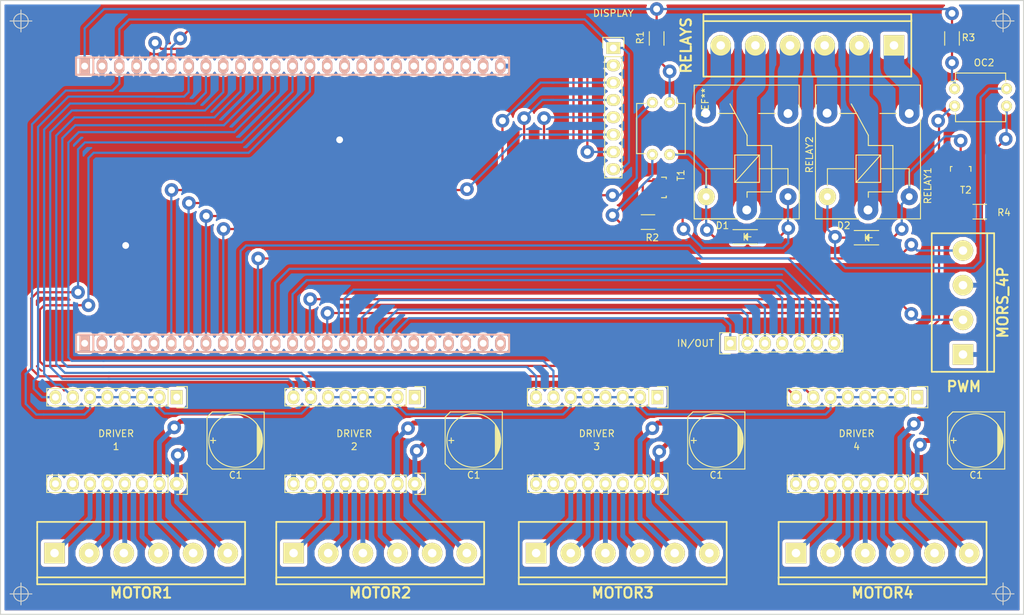
<source format=kicad_pcb>
(kicad_pcb (version 4) (host pcbnew 4.0.2-stable)
  (title_block (title "ENC424J600 SHIELD PROTOTYPE") (rev 1.0) (company "CSS IBERICA"))
  (layers (0 F.Cu signal) (31 B.Cu signal) (34 B.Paste user) (35 F.Paste user) (36 B.SilkS user) (37 F.SilkS user) (38 B.Mask user) (39 F.Mask user) (44 Edge.Cuts user))
  (net 0 "")
  (module w_conn_screw:mors_6p (layer F.Cu) (at 177.8 68.58 180)
    (fp_text reference RELAYS (at 17.78 0 270) (layer F.SilkS) (effects (font (thickness 0.3048))))
    (fp_text value MORS_6P hide)
    (pad 1 thru_hole rect (at -12.7 0 180) (size 2.99974 2.99974) (drill 1.24968) (layers *.Cu *.Mask F.SilkS))
    (pad 2 thru_hole circle (at -7.62 0 180) (size 2.99974 2.99974) (drill 1.24968) (layers *.Cu *.Mask F.SilkS))
    (pad 3 thru_hole circle (at -2.54 0 180) (size 2.99974 2.99974) (drill 1.24968) (layers *.Cu *.Mask F.SilkS))
    (pad 4 thru_hole circle (at 2.54 0 180) (size 2.99974 2.99974) (drill 1.24968) (layers *.Cu *.Mask F.SilkS))
    (pad GND thru_hole circle (at 7.62 0 180) (size 2.99974 2.99974) (drill 1.24968) (layers *.Cu *.Mask F.SilkS))
    (pad VCC thru_hole circle (at 12.7 0 180) (size 2.99974 2.99974) (drill 1.24968) (layers *.Cu *.Mask F.SilkS))
  )
  (module Relays_ThroughHole:Relay_SANYOU_SRD_Series_Form_C (layer F.Cu) (at 186.69 92.71 90)
    (fp_text reference RELAY1 (at 3.556 8.763 90) (layer F.SilkS))
    (fp_text value Relay_SANYOU_SRD_Series_Form_C)
    (pad 2 thru_hole circle (at 1.95 6.05 180) (size 2.5 2.5) (drill 1) (layers *.Cu *.Mask))
    (pad 3 thru_hole circle (at 14.15 6.05 180) (size 3 3) (drill 1.3) (layers *.Cu *.Mask))
    (pad 4 thru_hole circle (at 14.2 -6 180) (size 3 3) (drill 1.3) (layers *.Cu *.Mask))
    (pad 5 thru_hole circle (at 1.95 -5.95 180) (size 2.5 2.5) (drill 1) (layers *.Cu *.Mask F.SilkS))
    (pad 1 thru_hole circle (at 0 0 180) (size 3 3) (drill 1.3) (layers *.Cu *.Mask))
  )
  (module Capacitors_SMD:c_elec_8x10.5 (layer F.Cu) (at 202.546 126.51 180)
    (fp_text reference C1 (at 0 -5.08 180) (layer F.SilkS))
    (fp_text value c_elec_8x10.5)
    (pad 1 smd rect (at 3.2512 0 180) (size 3.50012 2.4003) (layers F.Cu F.Paste F.Mask))
    (pad 2 smd rect (at -3.2512 0 180) (size 3.50012 2.4003) (layers F.Cu F.Paste F.Mask))
  )
  (module Pin_Headers:Pin_Header_Straight_1x08 (layer F.Cu) (at 193.91 120.16 270)
    (fp_text reference DRIVER (at 5.334 8.89 360) (layer F.SilkS))
    (fp_text value Pin_Header_Straight_1x08)
    (pad ENAB thru_hole rect (at 0 0 270) (size 2.032 1.7272) (drill 1.016) (layers *.Cu *.Mask F.SilkS))
    (pad M0 thru_hole oval (at 0 2.54 270) (size 2.032 1.7272) (drill 1.016) (layers *.Cu *.Mask F.SilkS))
    (pad M1 thru_hole oval (at 0 5.08 270) (size 2.032 1.7272) (drill 1.016) (layers *.Cu *.Mask F.SilkS))
    (pad M2 thru_hole oval (at 0 7.62 270) (size 2.032 1.7272) (drill 1.016) (layers *.Cu *.Mask F.SilkS))
    (pad RESE thru_hole oval (at 0 10.16 270) (size 2.032 1.7272) (drill 1.016) (layers *.Cu *.Mask F.SilkS))
    (pad SLEE thru_hole oval (at 0 12.7 270) (size 2.032 1.7272) (drill 1.016) (layers *.Cu *.Mask F.SilkS))
    (pad STEP thru_hole oval (at 0 15.24 270) (size 2.032 1.7272) (drill 1.016) (layers *.Cu *.Mask F.SilkS))
    (pad DIR thru_hole oval (at 0 17.78 270) (size 2.032 1.7272) (drill 1.016) (layers *.Cu *.Mask F.SilkS))
  )
  (module Pin_Headers:Pin_Header_Straight_1x08 (layer F.Cu) (at 193.91 132.86 270)
    (fp_text reference 4 (at -5.461 8.89 360) (layer F.SilkS))
    (fp_text value Pin_Header_Straight_1x08)
    (pad VMOT thru_hole oval (at 0 0 270) (size 2.032 2.032) (drill 1.016) (layers *.Cu *.Mask F.SilkS))
    (pad GND thru_hole oval (at 0 2.54 270) (size 2.032 1.7272) (drill 1.016) (layers *.Cu *.Mask F.SilkS))
    (pad B2 thru_hole oval (at 0 5.08 270) (size 2.032 1.7272) (drill 1.016) (layers *.Cu *.Mask F.SilkS))
    (pad B1 thru_hole oval (at 0 7.62 270) (size 2.032 1.7272) (drill 1.016) (layers *.Cu *.Mask F.SilkS))
    (pad A1 thru_hole oval (at 0 10.16 270) (size 2.032 1.7272) (drill 1.016) (layers *.Cu *.Mask F.SilkS))
    (pad A2 thru_hole oval (at 0 12.7 270) (size 2.032 1.7272) (drill 1.016) (layers *.Cu *.Mask F.SilkS))
    (pad FAUL thru_hole oval (at 0 15.24 270) (size 2.032 1.7272) (drill 1.016) (layers *.Cu *.Mask F.SilkS))
    (pad GND thru_hole oval (at 0 17.78 270) (size 2.032 1.7272) (drill 1.016) (layers *.Cu *.Mask F.SilkS))
  )
  (module Pin_Headers:Pin_Header_Straight_1x08 (layer F.Cu) (at 155.81 132.86 270)
    (fp_text reference 3 (at -5.461 8.89 360) (layer F.SilkS))
    (fp_text value Pin_Header_Straight_1x08)
    (pad VMOT thru_hole oval (at 0 0 270) (size 2.032 2.032) (drill 1.016) (layers *.Cu *.Mask F.SilkS))
    (pad GND thru_hole oval (at 0 2.54 270) (size 2.032 1.7272) (drill 1.016) (layers *.Cu *.Mask F.SilkS))
    (pad B2 thru_hole oval (at 0 5.08 270) (size 2.032 1.7272) (drill 1.016) (layers *.Cu *.Mask F.SilkS))
    (pad B1 thru_hole oval (at 0 7.62 270) (size 2.032 1.7272) (drill 1.016) (layers *.Cu *.Mask F.SilkS))
    (pad A1 thru_hole oval (at 0 10.16 270) (size 2.032 1.7272) (drill 1.016) (layers *.Cu *.Mask F.SilkS))
    (pad A2 thru_hole oval (at 0 12.7 270) (size 2.032 1.7272) (drill 1.016) (layers *.Cu *.Mask F.SilkS))
    (pad FAUL thru_hole oval (at 0 15.24 270) (size 2.032 1.7272) (drill 1.016) (layers *.Cu *.Mask F.SilkS))
    (pad GND thru_hole oval (at 0 17.78 270) (size 2.032 1.7272) (drill 1.016) (layers *.Cu *.Mask F.SilkS))
  )
  (module Pin_Headers:Pin_Header_Straight_1x08 (layer F.Cu) (at 155.81 120.16 270)
    (fp_text reference DRIVER (at 5.334 8.89 360) (layer F.SilkS))
    (fp_text value Pin_Header_Straight_1x08)
    (pad ENAB thru_hole rect (at 0 0 270) (size 2.032 1.7272) (drill 1.016) (layers *.Cu *.Mask F.SilkS))
    (pad M0 thru_hole oval (at 0 2.54 270) (size 2.032 1.7272) (drill 1.016) (layers *.Cu *.Mask F.SilkS))
    (pad M1 thru_hole oval (at 0 5.08 270) (size 2.032 1.7272) (drill 1.016) (layers *.Cu *.Mask F.SilkS))
    (pad M2 thru_hole oval (at 0 7.62 270) (size 2.032 1.7272) (drill 1.016) (layers *.Cu *.Mask F.SilkS))
    (pad RESE thru_hole oval (at 0 10.16 270) (size 2.032 1.7272) (drill 1.016) (layers *.Cu *.Mask F.SilkS))
    (pad SLEE thru_hole oval (at 0 12.7 270) (size 2.032 1.7272) (drill 1.016) (layers *.Cu *.Mask F.SilkS))
    (pad STEP thru_hole oval (at 0 15.24 270) (size 2.032 1.7272) (drill 1.016) (layers *.Cu *.Mask F.SilkS))
    (pad DIR thru_hole oval (at 0 17.78 270) (size 2.032 1.7272) (drill 1.016) (layers *.Cu *.Mask F.SilkS))
  )
  (module Capacitors_SMD:c_elec_8x10.5 (layer F.Cu) (at 164.446 126.51 180)
    (fp_text reference C1 (at 0 -5.08 180) (layer F.SilkS))
    (fp_text value c_elec_8x10.5)
    (pad 1 smd rect (at 3.2512 0 180) (size 3.50012 2.4003) (layers F.Cu F.Paste F.Mask))
    (pad 2 smd rect (at -3.2512 0 180) (size 3.50012 2.4003) (layers F.Cu F.Paste F.Mask))
  )
  (module Capacitors_SMD:c_elec_8x10.5 (layer F.Cu) (at 128.886 126.51 180)
    (fp_text reference C1 (at 0 -5.08 180) (layer F.SilkS))
    (fp_text value c_elec_8x10.5)
    (pad 1 smd rect (at 3.2512 0 180) (size 3.50012 2.4003) (layers F.Cu F.Paste F.Mask))
    (pad 2 smd rect (at -3.2512 0 180) (size 3.50012 2.4003) (layers F.Cu F.Paste F.Mask))
  )
  (module Pin_Headers:Pin_Header_Straight_1x08 (layer F.Cu) (at 120.25 120.16 270)
    (fp_text reference DRIVER (at 5.334 8.89 360) (layer F.SilkS))
    (fp_text value Pin_Header_Straight_1x08)
    (pad ENAB thru_hole rect (at 0 0 270) (size 2.032 1.7272) (drill 1.016) (layers *.Cu *.Mask F.SilkS))
    (pad M0 thru_hole oval (at 0 2.54 270) (size 2.032 1.7272) (drill 1.016) (layers *.Cu *.Mask F.SilkS))
    (pad M1 thru_hole oval (at 0 5.08 270) (size 2.032 1.7272) (drill 1.016) (layers *.Cu *.Mask F.SilkS))
    (pad M2 thru_hole oval (at 0 7.62 270) (size 2.032 1.7272) (drill 1.016) (layers *.Cu *.Mask F.SilkS))
    (pad RESE thru_hole oval (at 0 10.16 270) (size 2.032 1.7272) (drill 1.016) (layers *.Cu *.Mask F.SilkS))
    (pad SLEE thru_hole oval (at 0 12.7 270) (size 2.032 1.7272) (drill 1.016) (layers *.Cu *.Mask F.SilkS))
    (pad STEP thru_hole oval (at 0 15.24 270) (size 2.032 1.7272) (drill 1.016) (layers *.Cu *.Mask F.SilkS))
    (pad DIR thru_hole oval (at 0 17.78 270) (size 2.032 1.7272) (drill 1.016) (layers *.Cu *.Mask F.SilkS))
  )
  (module Pin_Headers:Pin_Header_Straight_1x08 (layer F.Cu) (at 120.25 132.86 270)
    (fp_text reference 2 (at -5.461 8.89 360) (layer F.SilkS))
    (fp_text value Pin_Header_Straight_1x08)
    (pad VMOT thru_hole oval (at 0 0 270) (size 2.032 2.032) (drill 1.016) (layers *.Cu *.Mask F.SilkS))
    (pad GND thru_hole oval (at 0 2.54 270) (size 2.032 1.7272) (drill 1.016) (layers *.Cu *.Mask F.SilkS))
    (pad B2 thru_hole oval (at 0 5.08 270) (size 2.032 1.7272) (drill 1.016) (layers *.Cu *.Mask F.SilkS))
    (pad B1 thru_hole oval (at 0 7.62 270) (size 2.032 1.7272) (drill 1.016) (layers *.Cu *.Mask F.SilkS))
    (pad A1 thru_hole oval (at 0 10.16 270) (size 2.032 1.7272) (drill 1.016) (layers *.Cu *.Mask F.SilkS))
    (pad A2 thru_hole oval (at 0 12.7 270) (size 2.032 1.7272) (drill 1.016) (layers *.Cu *.Mask F.SilkS))
    (pad FAUL thru_hole oval (at 0 15.24 270) (size 2.032 1.7272) (drill 1.016) (layers *.Cu *.Mask F.SilkS))
    (pad GND thru_hole oval (at 0 17.78 270) (size 2.032 1.7272) (drill 1.016) (layers *.Cu *.Mask F.SilkS))
  )
  (module Pin_Headers:Pin_Header_Straight_1x08 (layer F.Cu) (at 85.33516 132.86 270)
    (fp_text reference 1 (at -5.461 8.89 360) (layer F.SilkS))
    (fp_text value Pin_Header_Straight_1x08)
    (pad VMOT thru_hole oval (at 0 0 270) (size 2.032 2.032) (drill 1.016) (layers *.Cu *.Mask F.SilkS))
    (pad GND thru_hole oval (at 0 2.54 270) (size 2.032 1.7272) (drill 1.016) (layers *.Cu *.Mask F.SilkS))
    (pad B2 thru_hole oval (at 0 5.08 270) (size 2.032 1.7272) (drill 1.016) (layers *.Cu *.Mask F.SilkS))
    (pad B1 thru_hole oval (at 0 7.62 270) (size 2.032 1.7272) (drill 1.016) (layers *.Cu *.Mask F.SilkS))
    (pad A1 thru_hole oval (at 0 10.16 270) (size 2.032 1.7272) (drill 1.016) (layers *.Cu *.Mask F.SilkS))
    (pad A2 thru_hole oval (at 0 12.7 270) (size 2.032 1.7272) (drill 1.016) (layers *.Cu *.Mask F.SilkS))
    (pad FAUL thru_hole oval (at 0 15.24 270) (size 2.032 1.7272) (drill 1.016) (layers *.Cu *.Mask F.SilkS))
    (pad GND thru_hole oval (at 0 17.78 270) (size 2.032 1.7272) (drill 1.016) (layers *.Cu *.Mask F.SilkS))
  )
  (module Pin_Headers:Pin_Header_Straight_1x08 (layer F.Cu) (at 85.33516 120.16 270)
    (fp_text reference DRIVER (at 5.334 8.89 360) (layer F.SilkS))
    (fp_text value Pin_Header_Straight_1x08)
    (pad ENAB thru_hole rect (at 0 0 270) (size 2.032 1.7272) (drill 1.016) (layers *.Cu *.Mask F.SilkS))
    (pad M0 thru_hole oval (at 0 2.54 270) (size 2.032 1.7272) (drill 1.016) (layers *.Cu *.Mask F.SilkS))
    (pad M1 thru_hole oval (at 0 5.08 270) (size 2.032 1.7272) (drill 1.016) (layers *.Cu *.Mask F.SilkS))
    (pad M2 thru_hole oval (at 0 7.62 270) (size 2.032 1.7272) (drill 1.016) (layers *.Cu *.Mask F.SilkS))
    (pad RESE thru_hole oval (at 0 10.16 270) (size 2.032 1.7272) (drill 1.016) (layers *.Cu *.Mask F.SilkS))
    (pad SLEE thru_hole oval (at 0 12.7 270) (size 2.032 1.7272) (drill 1.016) (layers *.Cu *.Mask F.SilkS))
    (pad STEP thru_hole oval (at 0 15.24 270) (size 2.032 1.7272) (drill 1.016) (layers *.Cu *.Mask F.SilkS))
    (pad DIR thru_hole oval (at 0 17.78 270) (size 2.032 1.7272) (drill 1.016) (layers *.Cu *.Mask F.SilkS))
  )
  (module pin_strip_10 (layer B.Cu) (at 102.32 71.619)
    (fp_text reference "" hide)
    (fp_text value "" hide)
    (pad RD11 thru_hole oval (at 22.86 0) (size 1.524 2.19964) (drill 1.00076) (layers *.Cu *.Mask B.SilkS))
    (pad RC13 thru_hole oval (at 17.78 0) (size 1.524 2.19964) (drill 1.00076) (layers *.Cu *.Mask B.SilkS))
    (pad CANL thru_hole oval (at 10.16 0) (size 1.524 2.19964) (drill 1.00076) (layers *.Cu *.Mask B.SilkS))
    (pad CANH thru_hole oval (at 12.7 0) (size 1.524 2.19964) (drill 1.00076) (layers *.Cu *.Mask B.SilkS))
    (pad GND thru_hole oval (at 30.48 0) (size 1.524 2.19964) (drill 1.00076) (layers *.Cu *.Mask B.SilkS))
    (pad RD10 thru_hole oval (at 25.4 0) (size 1.524 2.19964) (drill 1.00076) (layers *.Cu *.Mask B.SilkS))
    (pad RD9 thru_hole oval (at 27.94 0) (size 1.524 2.19964) (drill 1.00076) (layers *.Cu *.Mask B.SilkS))
    (pad RC14 thru_hole oval (at 15.24 0) (size 1.524 2.19964) (drill 1.00076) (layers *.Cu *.Mask B.SilkS))
    (pad RD0 thru_hole oval (at 20.32 0) (size 1.524 2.19964) (drill 1.00076) (layers *.Cu *.Mask B.SilkS))
    (pad RD5 thru_hole oval (at 5.08 0) (size 1.524 2.19964) (drill 1.00076) (layers *.Cu *.Mask B.SilkS))
    (pad RD4 thru_hole oval (at 7.62 0) (size 1.524 2.19964) (drill 1.00076) (layers *.Cu *.Mask B.SilkS))
    (pad RE3 thru_hole oval (at -5.08 0) (size 1.524 2.19964) (drill 1.00076) (layers *.Cu *.Mask B.SilkS))
    (pad RE1 thru_hole oval (at 0 0) (size 1.524 2.19964) (drill 1.00076) (layers *.Cu *.Mask B.SilkS))
    (pad RE0 thru_hole oval (at 2.54 0) (size 1.524 2.19964) (drill 1.00076) (layers *.Cu *.Mask B.SilkS))
    (pad RE2 thru_hole oval (at -2.54 0) (size 1.524 2.19964) (drill 1.00076) (layers *.Cu *.Mask B.SilkS))
    (pad 5V thru_hole rect (at -30.48 0) (size 1.524 2.19964) (drill 1.00076) (layers *.Cu *.Mask B.SilkS))
    (pad GND thru_hole oval (at -27.94 0) (size 1.524 2.19964) (drill 1.00076) (layers *.Cu *.Mask B.SilkS))
    (pad 3V3 thru_hole oval (at -25.4 0) (size 1.524 2.19964) (drill 1.00076) (layers *.Cu *.Mask B.SilkS))
    (pad GND thru_hole oval (at -22.86 0) (size 1.524 2.19964) (drill 1.00076) (layers *.Cu *.Mask B.SilkS))
    (pad RG7 thru_hole oval (at -20.32 0) (size 1.524 2.19964) (drill 1.00076) (layers *.Cu *.Mask B.SilkS))
    (pad RG6 thru_hole oval (at -17.78 0) (size 1.524 2.19964) (drill 1.00076) (layers *.Cu *.Mask B.SilkS))
    (pad RE7 thru_hole oval (at -15.24 0) (size 1.524 2.19964) (drill 1.00076) (layers *.Cu *.Mask B.SilkS))
    (pad RE6 thru_hole oval (at -12.7 0) (size 1.524 2.19964) (drill 1.00076) (layers *.Cu *.Mask B.SilkS))
    (pad RE5 thru_hole oval (at -10.16 0) (size 1.524 2.19964) (drill 1.00076) (layers *.Cu *.Mask B.SilkS))
    (pad RE4 thru_hole oval (at -7.62 0) (size 1.524 2.19964) (drill 1.00076) (layers *.Cu *.Mask B.SilkS))
  )
  (module pin_strip_10 (layer B.Cu) (at 102.32 112.259)
    (fp_text reference "" hide)
    (fp_text value "" hide)
    (pad VBUS thru_hole oval (at 22.86 0) (size 1.524 2.19964) (drill 1.00076) (layers *.Cu *.Mask B.SilkS))
    (pad RC15 thru_hole oval (at 17.78 0) (size 1.524 2.19964) (drill 1.00076) (layers *.Cu *.Mask B.SilkS))
    (pad RB15 thru_hole oval (at 10.16 0) (size 1.524 2.19964) (drill 1.00076) (layers *.Cu *.Mask B.SilkS))
    (pad RB13 thru_hole oval (at 12.7 0) (size 1.524 2.19964) (drill 1.00076) (layers *.Cu *.Mask B.SilkS))
    (pad GND thru_hole oval (at 30.48 0) (size 1.524 2.19964) (drill 1.00076) (layers *.Cu *.Mask B.SilkS))
    (pad D- thru_hole oval (at 25.4 0) (size 1.524 2.19964) (drill 1.00076) (layers *.Cu *.Mask B.SilkS))
    (pad D+ thru_hole oval (at 27.94 0) (size 1.524 2.19964) (drill 1.00076) (layers *.Cu *.Mask B.SilkS))
    (pad RB12 thru_hole oval (at 15.24 0) (size 1.524 2.19964) (drill 1.00076) (layers *.Cu *.Mask B.SilkS))
    (pad RC3 thru_hole oval (at 20.32 0) (size 1.524 2.19964) (drill 1.00076) (layers *.Cu *.Mask B.SilkS))
    (pad RB7 thru_hole oval (at 5.08 0) (size 1.524 2.19964) (drill 1.00076) (layers *.Cu *.Mask B.SilkS))
    (pad RB8 thru_hole oval (at 7.62 0) (size 1.524 2.19964) (drill 1.00076) (layers *.Cu *.Mask B.SilkS))
    (pad RB2 thru_hole oval (at -5.08 0) (size 1.524 2.19964) (drill 1.00076) (layers *.Cu *.Mask B.SilkS))
    (pad RB0 thru_hole oval (at 0 0) (size 1.524 2.19964) (drill 1.00076) (layers *.Cu *.Mask B.SilkS))
    (pad RB6 thru_hole oval (at 2.54 0) (size 1.524 2.19964) (drill 1.00076) (layers *.Cu *.Mask B.SilkS))
    (pad RB1 thru_hole oval (at -2.54 0) (size 1.524 2.19964) (drill 1.00076) (layers *.Cu *.Mask B.SilkS))
    (pad 5V thru_hole rect (at -30.48 0) (size 1.524 2.19964) (drill 1.00076) (layers *.Cu *.Mask B.SilkS))
    (pad GND thru_hole oval (at -27.94 0) (size 1.524 2.19964) (drill 1.00076) (layers *.Cu *.Mask B.SilkS))
    (pad 3V3 thru_hole oval (at -25.4 0) (size 1.524 2.19964) (drill 1.00076) (layers *.Cu *.Mask B.SilkS))
    (pad GND thru_hole oval (at -22.86 0) (size 1.524 2.19964) (drill 1.00076) (layers *.Cu *.Mask B.SilkS))
    (pad MCLR thru_hole oval (at -20.32 0) (size 1.524 2.19964) (drill 1.00076) (layers *.Cu *.Mask B.SilkS))
    (pad RG8 thru_hole oval (at -17.78 0) (size 1.524 2.19964) (drill 1.00076) (layers *.Cu *.Mask B.SilkS))
    (pad RG9 thru_hole oval (at -15.24 0) (size 1.524 2.19964) (drill 1.00076) (layers *.Cu *.Mask B.SilkS))
    (pad RB5 thru_hole oval (at -12.7 0) (size 1.524 2.19964) (drill 1.00076) (layers *.Cu *.Mask B.SilkS))
    (pad RB4 thru_hole oval (at -10.16 0) (size 1.524 2.19964) (drill 1.00076) (layers *.Cu *.Mask B.SilkS))
    (pad RB3 thru_hole oval (at -7.62 0) (size 1.524 2.19964) (drill 1.00076) (layers *.Cu *.Mask B.SilkS))
  )
  (module w_conn_screw:mors_6p (layer F.Cu) (at 80.12 143.02)
    (fp_text reference MOTOR1 (at 0 5.842) (layer F.SilkS) (effects (font (thickness 0.3048))))
    (fp_text value MORS_6P hide)
    (pad A2 thru_hole rect (at -12.7 0) (size 2.99974 2.99974) (drill 1.24968) (layers *.Cu *.Mask F.SilkS))
    (pad A1 thru_hole circle (at -7.62 0) (size 2.99974 2.99974) (drill 1.24968) (layers *.Cu *.Mask F.SilkS))
    (pad B1 thru_hole circle (at -2.54 0) (size 2.99974 2.99974) (drill 1.24968) (layers *.Cu *.Mask F.SilkS))
    (pad B2 thru_hole circle (at 2.54 0) (size 2.99974 2.99974) (drill 1.24968) (layers *.Cu *.Mask F.SilkS))
    (pad GND thru_hole circle (at 7.62 0) (size 2.99974 2.99974) (drill 1.24968) (layers *.Cu *.Mask F.SilkS))
    (pad VCC thru_hole circle (at 12.7 0) (size 2.99974 2.99974) (drill 1.24968) (layers *.Cu *.Mask F.SilkS))
  )
  (module w_conn_screw:mors_6p (layer F.Cu) (at 115.17 143.02)
    (fp_text reference MOTOR2 (at 0 5.842) (layer F.SilkS) (effects (font (thickness 0.3048))))
    (fp_text value MORS_6P hide)
    (pad 1 thru_hole rect (at -12.7 0) (size 2.99974 2.99974) (drill 1.24968) (layers *.Cu *.Mask F.SilkS))
    (pad 2 thru_hole circle (at -7.62 0) (size 2.99974 2.99974) (drill 1.24968) (layers *.Cu *.Mask F.SilkS))
    (pad 3 thru_hole circle (at -2.54 0) (size 2.99974 2.99974) (drill 1.24968) (layers *.Cu *.Mask F.SilkS))
    (pad 4 thru_hole circle (at 2.54 0) (size 2.99974 2.99974) (drill 1.24968) (layers *.Cu *.Mask F.SilkS))
    (pad GND thru_hole circle (at 7.62 0) (size 2.99974 2.99974) (drill 1.24968) (layers *.Cu *.Mask F.SilkS))
    (pad VCC thru_hole circle (at 12.7 0) (size 2.99974 2.99974) (drill 1.24968) (layers *.Cu *.Mask F.SilkS))
  )
  (module w_conn_screw:mors_6p (layer F.Cu) (at 150.73 143.02)
    (fp_text reference MOTOR3 (at 0 5.842) (layer F.SilkS) (effects (font (thickness 0.3048))))
    (fp_text value MORS_6P hide)
    (pad 1 thru_hole rect (at -12.7 0) (size 2.99974 2.99974) (drill 1.24968) (layers *.Cu *.Mask F.SilkS))
    (pad 2 thru_hole circle (at -7.62 0) (size 2.99974 2.99974) (drill 1.24968) (layers *.Cu *.Mask F.SilkS))
    (pad 3 thru_hole circle (at -2.54 0) (size 2.99974 2.99974) (drill 1.24968) (layers *.Cu *.Mask F.SilkS))
    (pad 4 thru_hole circle (at 2.54 0) (size 2.99974 2.99974) (drill 1.24968) (layers *.Cu *.Mask F.SilkS))
    (pad GND thru_hole circle (at 7.62 0) (size 2.99974 2.99974) (drill 1.24968) (layers *.Cu *.Mask F.SilkS))
    (pad VCC thru_hole circle (at 12.7 0) (size 2.99974 2.99974) (drill 1.24968) (layers *.Cu *.Mask F.SilkS))
  )
  (module w_conn_screw:mors_6p (layer F.Cu) (at 188.83 143.02)
    (fp_text reference MOTOR4 (at 0 5.842) (layer F.SilkS) (effects (font (thickness 0.3048))))
    (fp_text value MORS_6P hide)
    (pad 1 thru_hole rect (at -12.7 0) (size 2.99974 2.99974) (drill 1.24968) (layers *.Cu *.Mask F.SilkS))
    (pad 2 thru_hole circle (at -7.62 0) (size 2.99974 2.99974) (drill 1.24968) (layers *.Cu *.Mask F.SilkS))
    (pad 3 thru_hole circle (at -2.54 0) (size 2.99974 2.99974) (drill 1.24968) (layers *.Cu *.Mask F.SilkS))
    (pad 4 thru_hole circle (at 2.54 0) (size 2.99974 2.99974) (drill 1.24968) (layers *.Cu *.Mask F.SilkS))
    (pad GND thru_hole circle (at 7.62 0) (size 2.99974 2.99974) (drill 1.24968) (layers *.Cu *.Mask F.SilkS))
    (pad VCC thru_hole circle (at 12.7 0) (size 2.99974 2.99974) (drill 1.24968) (layers *.Cu *.Mask F.SilkS))
  )
  (module Capacitors_SMD:c_elec_8x10.5 (layer F.Cu) (at 93.97116 126.51 180)
    (fp_text reference C1 (at 0 -5.08 180) (layer F.SilkS))
    (fp_text value c_elec_8x10.5)
    (pad 1 smd rect (at 3.2512 0 180) (size 3.50012 2.4003) (layers F.Cu F.Paste F.Mask))
    (pad 2 smd rect (at -3.2512 0 180) (size 3.50012 2.4003) (layers F.Cu F.Paste F.Mask))
  )
  (module Pin_Headers:Pin_Header_Straight_1x08 (layer F.Cu) (at 149.352 68.961)
    (fp_text reference DISPLAY (at 0 -5.1) (layer F.SilkS))
    (fp_text value Pin_Header_Straight_1x08)
    (pad VCC thru_hole rect (at 0 0) (size 2.032 1.7272) (drill 1.016) (layers *.Cu *.Mask F.SilkS))
    (pad GND thru_hole oval (at 0 2.54) (size 2.032 1.7272) (drill 1.016) (layers *.Cu *.Mask F.SilkS))
    (pad CS thru_hole oval (at 0 5.08) (size 2.032 1.7272) (drill 1.016) (layers *.Cu *.Mask F.SilkS))
    (pad RST thru_hole oval (at 0 7.62) (size 2.032 1.7272) (drill 1.016) (layers *.Cu *.Mask F.SilkS))
    (pad A0 thru_hole oval (at 0 10.16) (size 2.032 1.7272) (drill 1.016) (layers *.Cu *.Mask F.SilkS))
    (pad SDA thru_hole oval (at 0 12.7) (size 2.032 1.7272) (drill 1.016) (layers *.Cu *.Mask F.SilkS))
    (pad SCK thru_hole oval (at 0 15.24) (size 2.032 1.7272) (drill 1.016) (layers *.Cu *.Mask F.SilkS))
    (pad LED thru_hole oval (at 0 17.78) (size 2.032 1.7272) (drill 1.016) (layers *.Cu *.Mask F.SilkS))
  )
  (module w_conn_screw:mors_4p (layer F.Cu) (at 200.6134 106.2802 90)
    (fp_text reference PWM (at -12.319 0.127 180) (layer F.SilkS) (effects (font (thickness 0.3048))))
    (fp_text value MORS_4P (at 0 5.842 90) (layer F.SilkS) (effects (font (thickness 0.3048))))
    (pad GND thru_hole rect (at -7.62 0 90) (size 2.99974 2.99974) (drill 1.24968) (layers *.Cu *.Mask F.SilkS))
    (pad PWM2 thru_hole circle (at -2.54 0 90) (size 2.99974 2.99974) (drill 1.24968) (layers *.Cu *.Mask F.SilkS))
    (pad GND thru_hole circle (at 2.54 0 90) (size 2.99974 2.99974) (drill 1.24968) (layers *.Cu *.Mask F.SilkS))
    (pad PWM1 thru_hole circle (at 7.62 0 90) (size 2.99974 2.99974) (drill 1.24968) (layers *.Cu *.Mask F.SilkS))
  )
  (module Relays_ThroughHole:Relay_SANYOU_SRD_Series_Form_C (layer F.Cu) (at 168.91 92.71 90)
    (fp_text reference RELAY2 (at 8.1 9.2 90) (layer F.SilkS))
    (fp_text value Relay_SANYOU_SRD_Series_Form_C)
    (pad 2 thru_hole circle (at 1.95 6.05 180) (size 2.5 2.5) (drill 1) (layers *.Cu *.Mask))
    (pad 3 thru_hole circle (at 14.15 6.05 180) (size 3 3) (drill 1.3) (layers *.Cu *.Mask))
    (pad 4 thru_hole circle (at 14.2 -6 180) (size 3 3) (drill 1.3) (layers *.Cu *.Mask))
    (pad 5 thru_hole circle (at 1.95 -5.95 180) (size 2.5 2.5) (drill 1) (layers *.Cu *.Mask F.SilkS))
    (pad 1 thru_hole circle (at 0 0 180) (size 3 3) (drill 1.3) (layers *.Cu *.Mask))
  )
  (module Housings_DIP:DIP-4_W7.62mm (layer F.Cu) (at 199.39 74.93)
    (fp_text reference OC2 (at 4.318 -3.81) (layer F.SilkS))
    (fp_text value DIP-4_W7.62mm)
    (pad 1 thru_hole oval (at 0 0) (size 1.6 1.6) (drill 0.8) (layers *.Cu *.Mask F.SilkS))
    (pad 2 thru_hole oval (at 0 2.54) (size 1.6 1.6) (drill 0.8) (layers *.Cu *.Mask F.SilkS))
    (pad 3 thru_hole oval (at 7.62 2.54) (size 1.6 1.6) (drill 0.8) (layers *.Cu *.Mask F.SilkS))
    (pad 4 thru_hole oval (at 7.62 0) (size 1.6 1.6) (drill 0.8) (layers *.Cu *.Mask F.SilkS))
  )
  (module Resistors_SMD:R_1206 (layer F.Cu) (at 199.009 67.564 270)
    (fp_text reference R3 (at -0.127 -2.413 360) (layer F.SilkS))
    (fp_text value R_1206)
    (pad 1 smd rect (at -1.45 0 270) (size 0.9 1.7) (layers F.Cu F.Paste F.Mask))
    (pad 2 smd rect (at 1.45 0 270) (size 0.9 1.7) (layers F.Cu F.Paste F.Mask))
  )
  (module LEDs:LED_1206 (layer F.Cu) (at 186.817 96.774)
    (fp_text reference D2 (at -3.683 -1.778) (layer F.SilkS))
    (fp_text value LED_1206)
    (pad 2 smd rect (at 1.41986 0 180) (size 1.59766 1.80086) (layers F.Cu F.Paste F.Mask))
    (pad 1 smd rect (at -1.41986 0 180) (size 1.59766 1.80086) (layers F.Cu F.Paste F.Mask))
  )
  (module TO_SOT_Packages_SMD:SOT-23 (layer F.Cu) (at 200.279 86.995)
    (fp_text reference T2 (at 0.762 2.794) (layer F.SilkS))
    (fp_text value SOT-23)
    (pad 1 smd rect (at -0.95 1.00076) (size 0.8001 0.8001) (layers F.Cu F.Paste F.Mask))
    (pad 2 smd rect (at 0.95 1.00076) (size 0.8001 0.8001) (layers F.Cu F.Paste F.Mask))
    (pad 3 smd rect (at 0 -0.99822) (size 0.8001 0.8001) (layers F.Cu F.Paste F.Mask))
  )
  (module Resistors_SMD:R_1206 (layer F.Cu) (at 203.073 92.964)
    (fp_text reference R4 (at 3.556 0.127) (layer F.SilkS))
    (fp_text value R_1206)
    (pad 1 smd rect (at -1.45 0) (size 0.9 1.7) (layers F.Cu F.Paste F.Mask))
    (pad 2 smd rect (at 1.45 0) (size 0.9 1.7) (layers F.Cu F.Paste F.Mask))
  )
  (module LEDs:LED_1206 (layer F.Cu) (at 169.037 96.647)
    (fp_text reference D1 (at -3.683 -1.651) (layer F.SilkS))
    (fp_text value LED_1206)
    (pad 2 smd rect (at 1.41986 0 180) (size 1.59766 1.80086) (layers F.Cu F.Paste F.Mask))
    (pad 1 smd rect (at -1.41986 0 180) (size 1.59766 1.80086) (layers F.Cu F.Paste F.Mask))
  )
  (module Housings_DIP:DIP-4_W7.62mm (layer F.Cu) (at 157.607 76.962 270)
    (fp_text reference REF** (at 0 -5.22 270) (layer F.SilkS))
    (fp_text value DIP-4_W7.62mm)
    (pad 1 thru_hole oval (at 0 0 270) (size 1.6 1.6) (drill 0.8) (layers *.Cu *.Mask F.SilkS))
    (pad 2 thru_hole oval (at 0 2.54 270) (size 1.6 1.6) (drill 0.8) (layers *.Cu *.Mask F.SilkS))
    (pad 3 thru_hole oval (at 7.62 2.54 270) (size 1.6 1.6) (drill 0.8) (layers *.Cu *.Mask F.SilkS))
    (pad 4 thru_hole oval (at 7.62 0 270) (size 1.6 1.6) (drill 0.8) (layers *.Cu *.Mask F.SilkS))
  )
  (module Resistors_SMD:R_1206 (layer F.Cu) (at 155.702 67.564 270)
    (fp_text reference R1 (at -0.127 2.413 270) (layer F.SilkS))
    (fp_text value R_1206)
    (pad 1 smd rect (at -1.45 0 270) (size 0.9 1.7) (layers F.Cu F.Paste F.Mask))
    (pad 2 smd rect (at 1.45 0 270) (size 0.9 1.7) (layers F.Cu F.Paste F.Mask))
  )
  (module TO_SOT_Packages_SMD:SOT-23 (layer F.Cu) (at 156.464 89.408 270)
    (fp_text reference T1 (at -1.778 -2.794 270) (layer F.SilkS))
    (fp_text value SOT-23)
    (pad 1 smd rect (at -0.95 1.00076 270) (size 0.8001 0.8001) (layers F.Cu F.Paste F.Mask))
    (pad 2 smd rect (at 0.95 1.00076 270) (size 0.8001 0.8001) (layers F.Cu F.Paste F.Mask))
    (pad 3 smd rect (at 0 -0.99822 270) (size 0.8001 0.8001) (layers F.Cu F.Paste F.Mask))
  )
  (module Resistors_SMD:R_1206 (layer F.Cu) (at 154.432 94.488)
    (fp_text reference R2 (at 0.635 2.286) (layer F.SilkS))
    (fp_text value R_1206)
    (pad 1 smd rect (at -1.45 0) (size 0.9 1.7) (layers F.Cu F.Paste F.Mask))
    (pad 2 smd rect (at 1.45 0) (size 0.9 1.7) (layers F.Cu F.Paste F.Mask))
  )
  (module Pin_Headers:Pin_Header_Straight_1x07 (layer F.Cu) (at 166.497 112.259 90)
    (fp_text reference IN/OUT (at 0 -5.1 180) (layer F.SilkS))
    (fp_text value Pin_Header_Straight_1x15)
    (pad 1 thru_hole rect (at 0 0 90) (size 2.032 1.7272) (drill 1.016) (layers *.Cu *.Mask F.SilkS))
    (pad 2 thru_hole oval (at 0 2.54 90) (size 2.032 1.7272) (drill 1.016) (layers *.Cu *.Mask F.SilkS))
    (pad 3 thru_hole oval (at 0 5.08 90) (size 2.032 1.7272) (drill 1.016) (layers *.Cu *.Mask F.SilkS))
    (pad 4 thru_hole oval (at 0 7.62 90) (size 2.032 1.7272) (drill 1.016) (layers *.Cu *.Mask F.SilkS))
    (pad 5 thru_hole oval (at 0 10.16 90) (size 2.032 1.7272) (drill 1.016) (layers *.Cu *.Mask F.SilkS))
    (pad 6 thru_hole oval (at 0 12.7 90) (size 2.032 1.7272) (drill 1.016) (layers *.Cu *.Mask F.SilkS))
    (pad 7 thru_hole oval (at 0 15.24 90) (size 2.032 1.7272) (drill 1.016) (layers *.Cu *.Mask F.SilkS))
  )
  (target plus (at 206.4992 65.0014) (size 3.2) (width 0.15) (layer Edge.Cuts))
  (target plus (at 206.4992 148.99868) (size 3.2) (width 0.15) (layer Edge.Cuts))
  (target plus (at 62.50204 149.00376) (size 3.2) (width 0.15) (layer Edge.Cuts))
  (target plus (at 62.49696 65.00394) (size 3.2) (width 0.15) (layer Edge.Cuts))
  (gr_line (start 209.5 152) (end 209.5 62) (angle 90) (layer Edge.Cuts) (width 0.15))
  (gr_line (start 59.5 62) (end 59.5 152) (angle 90) (layer Edge.Cuts) (width 0.15))
  (gr_line (start 59.5 152) (end 209.5 152) (angle 90) (layer Edge.Cuts) (width 0.15))
  (gr_line (start 59.5 62) (end 209.5 62) (angle 90) (layer Edge.Cuts) (width 0.15))
  (via (at 77.851 97.917) (size 2) (drill 1) (layers F.Cu B.Cu) (net 0))
  (via (at 109.22 82.423) (size 2) (drill 1) (layers F.Cu B.Cu) (net 0))
  (segment (start 155.46324 90.358) (end 155.46324 91.07424) (width 0.712) (layer F.Cu) (net 0))
  (segment (start 155.46324 91.07424) (end 156.591 92.202) (width 0.712) (layer F.Cu) (net 0))
  (segment (start 201.229 87.99576) (end 201.229 89.596) (width 0.712) (layer F.Cu) (net 0))
  (segment (start 201.229 89.596) (end 201.549 89.916) (width 0.712) (layer F.Cu) (net 0))
  (segment (start 200.6134 113.9002) (end 205.1238 113.9002) (width 0.712) (layer B.Cu) (net 0))
  (segment (start 205.1238 113.9002) (end 205.359 113.665) (width 0.712) (layer B.Cu) (net 0))
  (segment (start 200.6134 103.7402) (end 204.5782 103.7402) (width 0.712) (layer B.Cu) (net 0))
  (segment (start 204.5782 103.7402) (end 204.851 104.013) (width 0.712) (layer B.Cu) (net 0))
  (segment (start 67.55516 132.86) (end 67.55516 129.80284) (width 0.712) (layer B.Cu) (net 0))
  (segment (start 67.55516 129.80284) (end 68.072 129.286) (width 0.712) (layer B.Cu) (net 0))
  (segment (start 102.47 132.86) (end 102.47 129.686) (width 0.712) (layer B.Cu) (net 0))
  (segment (start 102.47 129.686) (end 102.743 129.413) (width 0.712) (layer B.Cu) (net 0))
  (segment (start 138.03 132.86) (end 138.03 129.813) (width 0.712) (layer B.Cu) (net 0))
  (segment (start 138.03 129.813) (end 138.557 129.286) (width 0.712) (layer B.Cu) (net 0))
  (segment (start 176.13 132.86) (end 176.13 130.321) (width 0.712) (layer B.Cu) (net 0))
  (segment (start 176.13 130.321) (end 176.276 130.175) (width 0.712) (layer B.Cu) (net 0))
  (segment (start 149.352 71.501) (end 146.685 71.501) (width 0.712) (layer B.Cu) (net 0))
  (segment (start 146.685 71.501) (end 146.558 71.374) (width 0.712) (layer B.Cu) (net 0))
  (segment (start 132.8 71.619) (end 135.373 71.619) (width 0.712) (layer B.Cu) (net 0))
  (segment (start 135.373 71.619) (end 135.509 71.755) (width 0.712) (layer B.Cu) (net 0))
  (segment (start 79.46 71.619) (end 79.46 74.083) (width 0.712) (layer B.Cu) (net 0))
  (segment (start 79.46 74.083) (end 79.248 74.295) (width 0.712) (layer B.Cu) (net 0))
  (segment (start 79.46 71.619) (end 79.46 69.003) (width 0.712) (layer B.Cu) (net 0))
  (segment (start 79.46 69.003) (end 79.502 68.961) (width 0.712) (layer B.Cu) (net 0))
  (segment (start 74.38 71.619) (end 74.38 73.702) (width 0.712) (layer B.Cu) (net 0))
  (segment (start 74.38 73.702) (end 74.295 73.787) (width 0.712) (layer B.Cu) (net 0))
  (segment (start 74.38 71.619) (end 74.38 68.876) (width 0.712) (layer B.Cu) (net 0))
  (segment (start 74.38 68.876) (end 74.422 68.834) (width 0.712) (layer B.Cu) (net 0))
  (segment (start 117.56 112.259) (end 117.56 110.405) (width 0.325) (layer B.Cu) (net 0))
  (segment (start 166.497 109.601) (end 166.497 112.259) (width 0.325) (layer B.Cu) (net 0))
  (segment (start 165.481 108.585) (end 166.497 109.601) (width 0.325) (layer B.Cu) (net 0))
  (segment (start 119.38 108.585) (end 165.481 108.585) (width 0.325) (layer B.Cu) (net 0))
  (segment (start 117.56 110.405) (end 119.38 108.585) (width 0.325) (layer B.Cu) (net 0))
  (segment (start 115.02 112.259) (end 115.02 110.024) (width 0.325) (layer B.Cu) (net 0))
  (segment (start 169.037 108.204) (end 169.037 112.259) (width 0.325) (layer B.Cu) (net 0))
  (segment (start 168.148 107.315) (end 169.037 108.204) (width 0.325) (layer B.Cu) (net 0))
  (segment (start 117.729 107.315) (end 168.148 107.315) (width 0.325) (layer B.Cu) (net 0))
  (segment (start 115.02 110.024) (end 117.729 107.315) (width 0.325) (layer B.Cu) (net 0))
  (segment (start 112.48 112.259) (end 112.48 108.5) (width 0.325) (layer B.Cu) (net 0))
  (segment (start 171.577 107.061) (end 171.577 112.259) (width 0.325) (layer B.Cu) (net 0))
  (segment (start 170.434 105.918) (end 171.577 107.061) (width 0.325) (layer B.Cu) (net 0))
  (segment (start 115.062 105.918) (end 170.434 105.918) (width 0.325) (layer B.Cu) (net 0))
  (segment (start 112.48 108.5) (end 115.062 105.918) (width 0.325) (layer B.Cu) (net 0))
  (segment (start 109.94 112.259) (end 109.94 105.706) (width 0.325) (layer B.Cu) (net 0))
  (segment (start 174.117 105.664) (end 174.117 112.259) (width 0.325) (layer B.Cu) (net 0))
  (segment (start 172.847 104.394) (end 174.117 105.664) (width 0.325) (layer B.Cu) (net 0))
  (segment (start 111.252 104.394) (end 172.847 104.394) (width 0.325) (layer B.Cu) (net 0))
  (segment (start 109.94 105.706) (end 111.252 104.394) (width 0.325) (layer B.Cu) (net 0))
  (segment (start 102.32 112.259) (end 102.32 105.071) (width 0.325) (layer B.Cu) (net 0))
  (segment (start 176.657 105.664) (end 176.657 112.259) (width 0.325) (layer B.Cu) (net 0))
  (segment (start 173.99 102.997) (end 176.657 105.664) (width 0.325) (layer B.Cu) (net 0))
  (segment (start 104.394 102.997) (end 173.99 102.997) (width 0.325) (layer B.Cu) (net 0))
  (segment (start 102.32 105.071) (end 104.394 102.997) (width 0.325) (layer B.Cu) (net 0))
  (segment (start 99.78 112.259) (end 99.78 103.42) (width 0.325) (layer B.Cu) (net 0))
  (segment (start 179.07 106.045) (end 179.07 112.132) (width 0.325) (layer B.Cu) (net 0))
  (segment (start 174.371 101.346) (end 179.07 106.045) (width 0.325) (layer B.Cu) (net 0))
  (segment (start 101.854 101.346) (end 174.371 101.346) (width 0.325) (layer B.Cu) (net 0))
  (segment (start 99.78 103.42) (end 101.854 101.346) (width 0.325) (layer B.Cu) (net 0))
  (segment (start 179.07 112.132) (end 179.197 112.259) (width 0.325) (layer B.Cu) (net 0))
  (segment (start 94.7 112.259) (end 94.7 98.721) (width 0.325) (layer B.Cu) (net 0))
  (segment (start 181.737 106.553) (end 181.737 112.259) (width 0.325) (layer B.Cu) (net 0))
  (segment (start 175.006 99.822) (end 181.737 106.553) (width 0.325) (layer B.Cu) (net 0))
  (segment (start 162.433 99.822) (end 175.006 99.822) (width 0.325) (layer B.Cu) (net 0))
  (segment (start 160.528 97.917) (end 162.433 99.822) (width 0.325) (layer B.Cu) (net 0))
  (segment (start 95.504 97.917) (end 160.528 97.917) (width 0.325) (layer B.Cu) (net 0))
  (segment (start 94.7 98.721) (end 95.504 97.917) (width 0.325) (layer B.Cu) (net 0))
  (segment (start 104.86 71.619) (end 104.86 75.353) (width 0.325) (layer B.Cu) (net 0))
  (segment (start 174.08 115.57) (end 178.67 120.16) (width 0.325) (layer F.Cu) (net 0))
  (segment (start 65.913 115.57) (end 174.08 115.57) (width 0.325) (layer F.Cu) (net 0))
  (segment (start 65.278 114.935) (end 65.913 115.57) (width 0.325) (layer F.Cu) (net 0))
  (segment (start 65.278 107.315) (end 65.278 114.935) (width 0.325) (layer F.Cu) (net 0))
  (segment (start 65.913 106.68) (end 65.278 107.315) (width 0.325) (layer F.Cu) (net 0))
  (segment (start 67.437 106.68) (end 65.913 106.68) (width 0.325) (layer F.Cu) (net 0))
  (segment (start 68.199 106.68) (end 67.437 106.68) (width 0.325) (layer F.Cu) (net 0))
  (segment (start 72.39 106.68) (end 68.199 106.68) (width 0.325) (layer F.Cu) (net 0))
  (via (at 72.39 106.68) (size 2) (drill 1) (layers F.Cu B.Cu) (net 0))
  (segment (start 72.39 85.09) (end 72.39 106.68) (width 0.325) (layer B.Cu) (net 0))
  (segment (start 73.152 84.328) (end 72.39 85.09) (width 0.325) (layer B.Cu) (net 0))
  (segment (start 95.885 84.328) (end 73.152 84.328) (width 0.325) (layer B.Cu) (net 0))
  (segment (start 104.86 75.353) (end 95.885 84.328) (width 0.325) (layer B.Cu) (net 0))
  (segment (start 102.32 71.619) (end 102.32 75.353) (width 0.325) (layer B.Cu) (net 0))
  (segment (start 173.064 117.094) (end 176.13 120.16) (width 0.325) (layer F.Cu) (net 0))
  (segment (start 65.151 117.094) (end 173.064 117.094) (width 0.325) (layer F.Cu) (net 0))
  (segment (start 64.008 115.951) (end 65.151 117.094) (width 0.325) (layer F.Cu) (net 0))
  (segment (start 64.008 105.664) (end 64.008 115.951) (width 0.325) (layer F.Cu) (net 0))
  (segment (start 64.897 104.775) (end 64.008 105.664) (width 0.325) (layer F.Cu) (net 0))
  (segment (start 70.866 104.775) (end 64.897 104.775) (width 0.325) (layer F.Cu) (net 0))
  (via (at 70.866 104.775) (size 2) (drill 1) (layers F.Cu B.Cu) (net 0))
  (segment (start 70.866 83.82) (end 70.866 104.775) (width 0.325) (layer B.Cu) (net 0))
  (segment (start 71.882 82.804) (end 70.866 83.82) (width 0.325) (layer B.Cu) (net 0))
  (segment (start 94.869 82.804) (end 71.882 82.804) (width 0.325) (layer B.Cu) (net 0))
  (segment (start 102.32 75.353) (end 94.869 82.804) (width 0.325) (layer B.Cu) (net 0))
  (segment (start 157.607 84.582) (end 160.401 84.582) (width 0.325) (layer B.Cu) (net 0))
  (segment (start 162.96 87.141) (end 162.96 90.76) (width 0.325) (layer B.Cu) (net 0))
  (segment (start 160.401 84.582) (end 162.96 87.141) (width 0.325) (layer B.Cu) (net 0))
  (segment (start 155.882 94.488) (end 155.882 94.16) (width 0.325) (layer F.Cu) (net 0))
  (segment (start 155.882 94.16) (end 153.67 91.948) (width 0.325) (layer F.Cu) (net 0))
  (segment (start 153.67 91.948) (end 153.67 89.027) (width 0.325) (layer F.Cu) (net 0))
  (segment (start 153.67 89.027) (end 154.239 88.458) (width 0.325) (layer F.Cu) (net 0))
  (segment (start 154.239 88.458) (end 155.46324 88.458) (width 0.325) (layer F.Cu) (net 0))
  (segment (start 155.067 84.582) (end 155.067 87.63) (width 0.325) (layer B.Cu) (net 0))
  (segment (start 150.368 94.615) (end 152.855 94.615) (width 0.325) (layer F.Cu) (net 0))
  (segment (start 149.225 93.472) (end 150.368 94.615) (width 0.325) (layer F.Cu) (net 0))
  (via (at 149.225 93.472) (size 2) (drill 1) (layers F.Cu B.Cu) (net 0))
  (segment (start 155.067 87.63) (end 149.225 93.472) (width 0.325) (layer B.Cu) (net 0))
  (segment (start 152.855 94.615) (end 152.982 94.488) (width 0.325) (layer F.Cu) (net 0))
  (segment (start 162.56 98.298) (end 162.433 98.298) (width 0.325) (layer B.Cu) (net 0))
  (segment (start 159.131 89.408) (end 157.46222 89.408) (width 0.325) (layer F.Cu) (net 0))
  (segment (start 159.512 89.789) (end 159.131 89.408) (width 0.325) (layer F.Cu) (net 0))
  (segment (start 159.512 95.377) (end 159.512 89.789) (width 0.325) (layer F.Cu) (net 0))
  (segment (start 159.639 95.504) (end 159.512 95.377) (width 0.325) (layer F.Cu) (net 0))
  (via (at 159.639 95.504) (size 2) (drill 1) (layers F.Cu B.Cu) (net 0))
  (segment (start 162.433 98.298) (end 159.639 95.504) (width 0.325) (layer B.Cu) (net 0))
  (segment (start 145.034 90.551) (end 149.225 90.551) (width 0.325) (layer F.Cu) (net 0))
  (segment (start 82 68.368) (end 82.169 68.199) (width 0.325) (layer B.Cu) (net 0))
  (via (at 82.169 68.199) (size 2) (drill 1) (layers F.Cu B.Cu) (net 0))
  (segment (start 82.169 68.199) (end 83.058 69.088) (width 0.325) (layer F.Cu) (net 0))
  (segment (start 83.058 69.088) (end 142.24 69.088) (width 0.325) (layer F.Cu) (net 0))
  (segment (start 142.24 69.088) (end 143.51 70.358) (width 0.325) (layer F.Cu) (net 0))
  (segment (start 143.51 70.358) (end 143.51 89.027) (width 0.325) (layer F.Cu) (net 0))
  (segment (start 143.51 89.027) (end 145.034 90.551) (width 0.325) (layer F.Cu) (net 0))
  (segment (start 82 71.619) (end 82 68.368) (width 0.325) (layer B.Cu) (net 0))
  (segment (start 152.781 79.248) (end 155.067 76.962) (width 0.325) (layer B.Cu) (net 0))
  (segment (start 152.781 88.011) (end 152.781 79.248) (width 0.325) (layer B.Cu) (net 0))
  (segment (start 150.241 90.551) (end 152.781 88.011) (width 0.325) (layer B.Cu) (net 0))
  (segment (start 149.225 90.551) (end 150.241 90.551) (width 0.325) (layer B.Cu) (net 0))
  (via (at 149.225 90.551) (size 2) (drill 1) (layers F.Cu B.Cu) (net 0))
  (segment (start 155.702 69.014) (end 155.702 70.485) (width 0.325) (layer F.Cu) (net 0))
  (segment (start 157.607 72.39) (end 157.607 76.962) (width 0.325) (layer B.Cu) (net 0))
  (via (at 157.607 72.39) (size 2) (drill 1) (layers F.Cu B.Cu) (net 0))
  (segment (start 155.702 70.485) (end 157.607 72.39) (width 0.325) (layer F.Cu) (net 0))
  (segment (start 155.702 66.114) (end 155.702 63.246) (width 0.325) (layer F.Cu) (net 0))
  (via (at 155.702 63.246) (size 2) (drill 1) (layers F.Cu B.Cu) (net 0))
  (segment (start 149.352 74.041) (end 140.589 74.041) (width 0.325) (layer B.Cu) (net 0))
  (segment (start 149.352 76.581) (end 140.589 76.581) (width 0.325) (layer B.Cu) (net 0))
  (segment (start 149.352 79.121) (end 142.621 79.121) (width 0.325) (layer B.Cu) (net 0))
  (segment (start 149.352 81.661) (end 141.605 81.661) (width 0.325) (layer B.Cu) (net 0))
  (segment (start 145.161 64.77) (end 149.352 68.961) (width 0.325) (layer B.Cu) (net 0))
  (segment (start 151.638 69.85) (end 151.638 85.725) (width 0.325) (layer B.Cu) (net 0))
  (segment (start 150.749 68.961) (end 151.638 69.85) (width 0.325) (layer B.Cu) (net 0))
  (segment (start 151.638 85.725) (end 150.622 86.741) (width 0.325) (layer B.Cu) (net 0))
  (segment (start 149.352 86.741) (end 150.622 86.741) (width 0.325) (layer B.Cu) (net 0))
  (segment (start 150.749 68.961) (end 149.352 68.961) (width 0.325) (layer B.Cu) (net 0))
  (segment (start 175.006 97.536) (end 175.006 95.377) (width 0.325) (layer B.Cu) (net 0))
  (segment (start 174.244 98.298) (end 175.006 97.536) (width 0.325) (layer B.Cu) (net 0))
  (segment (start 162.306 98.298) (end 162.56 98.298) (width 0.325) (layer B.Cu) (net 0))
  (segment (start 162.56 98.298) (end 174.244 98.298) (width 0.325) (layer B.Cu) (net 0))
  (segment (start 167.61714 96.647) (end 164.084 96.647) (width 0.325) (layer F.Cu) (net 0))
  (segment (start 162.96 95.523) (end 162.96 90.76) (width 0.325) (layer B.Cu) (net 0))
  (segment (start 163.068 95.631) (end 162.96 95.523) (width 0.325) (layer B.Cu) (net 0))
  (via (at 163.068 95.631) (size 2) (drill 1) (layers F.Cu B.Cu) (net 0))
  (segment (start 164.084 96.647) (end 163.068 95.631) (width 0.325) (layer F.Cu) (net 0))
  (segment (start 170.45686 96.647) (end 173.736 96.647) (width 0.325) (layer F.Cu) (net 0))
  (segment (start 174.96 95.331) (end 174.96 90.76) (width 0.325) (layer B.Cu) (net 0))
  (segment (start 175.006 95.377) (end 174.96 95.331) (width 0.325) (layer B.Cu) (net 0))
  (via (at 175.006 95.377) (size 2) (drill 1) (layers F.Cu B.Cu) (net 0))
  (segment (start 173.736 96.647) (end 175.006 95.377) (width 0.325) (layer F.Cu) (net 0))
  (segment (start 201.623 92.964) (end 200.787 92.964) (width 0.325) (layer F.Cu) (net 0))
  (segment (start 199.329 91.506) (end 199.329 87.99576) (width 0.325) (layer F.Cu) (net 0))
  (segment (start 200.787 92.964) (end 199.329 91.506) (width 0.325) (layer F.Cu) (net 0))
  (segment (start 204.523 92.964) (end 204.523 84.656) (width 0.325) (layer F.Cu) (net 0))
  (segment (start 207.01 82.169) (end 207.01 77.47) (width 0.325) (layer B.Cu) (net 0))
  (segment (start 206.883 82.296) (end 207.01 82.169) (width 0.325) (layer B.Cu) (net 0))
  (via (at 206.883 82.296) (size 2) (drill 1) (layers F.Cu B.Cu) (net 0))
  (segment (start 204.523 84.656) (end 206.883 82.296) (width 0.325) (layer F.Cu) (net 0))
  (segment (start 200.279 85.99678) (end 200.279 82.55) (width 0.325) (layer F.Cu) (net 0))
  (segment (start 192.74 87.168) (end 192.74 90.76) (width 0.325) (layer B.Cu) (net 0))
  (segment (start 197.993 81.915) (end 192.74 87.168) (width 0.325) (layer B.Cu) (net 0))
  (segment (start 199.644 81.915) (end 197.993 81.915) (width 0.325) (layer B.Cu) (net 0))
  (segment (start 200.279 82.55) (end 199.644 81.915) (width 0.325) (layer B.Cu) (net 0))
  (via (at 200.279 82.55) (size 2) (drill 1) (layers F.Cu B.Cu) (net 0))
  (segment (start 207.01 74.93) (end 204.47 74.93) (width 0.325) (layer B.Cu) (net 0))
  (segment (start 181.864 99.695) (end 181.864 96.647) (width 0.325) (layer B.Cu) (net 0))
  (segment (start 183.388 101.219) (end 181.864 99.695) (width 0.325) (layer B.Cu) (net 0))
  (segment (start 202.184 101.219) (end 183.388 101.219) (width 0.325) (layer B.Cu) (net 0))
  (segment (start 203.2 100.203) (end 202.184 101.219) (width 0.325) (layer B.Cu) (net 0))
  (segment (start 203.2 76.2) (end 203.2 100.203) (width 0.325) (layer B.Cu) (net 0))
  (segment (start 204.47 74.93) (end 203.2 76.2) (width 0.325) (layer B.Cu) (net 0))
  (segment (start 191.643 95.504) (end 191.643 91.857) (width 0.325) (layer B.Cu) (net 0))
  (segment (start 191.643 91.857) (end 192.74 90.76) (width 0.325) (layer B.Cu) (net 0))
  (segment (start 188.23686 96.774) (end 190.373 96.774) (width 0.325) (layer F.Cu) (net 0))
  (via (at 191.643 95.504) (size 2) (drill 1) (layers F.Cu B.Cu) (net 0))
  (segment (start 190.373 96.774) (end 191.643 95.504) (width 0.325) (layer F.Cu) (net 0))
  (segment (start 185.39714 96.774) (end 181.991 96.774) (width 0.325) (layer F.Cu) (net 0))
  (segment (start 180.74 95.523) (end 180.74 90.76) (width 0.325) (layer B.Cu) (net 0))
  (segment (start 181.864 96.647) (end 180.74 95.523) (width 0.325) (layer B.Cu) (net 0))
  (via (at 181.864 96.647) (size 2) (drill 1) (layers F.Cu B.Cu) (net 0))
  (segment (start 181.991 96.774) (end 181.864 96.647) (width 0.325) (layer F.Cu) (net 0))
  (segment (start 199.39 77.47) (end 199.136 77.47) (width 0.325) (layer B.Cu) (net 0))
  (segment (start 199.136 77.47) (end 196.977 79.629) (width 0.325) (layer B.Cu) (net 0))
  (via (at 196.977 79.629) (size 2) (drill 1) (layers F.Cu B.Cu) (net 0))
  (segment (start 196.977 79.629) (end 197.104 79.756) (width 0.325) (layer F.Cu) (net 0))
  (segment (start 197.104 79.756) (end 197.104 88.011) (width 0.325) (layer F.Cu) (net 0))
  (segment (start 183.261 107.823) (end 189.357 107.823) (width 0.325) (layer F.Cu) (net 0))
  (segment (start 183.261 107.823) (end 179.324 107.823) (width 0.325) (layer F.Cu) (net 0))
  (segment (start 107.442 107.823) (end 179.324 107.823) (width 0.325) (layer F.Cu) (net 0))
  (segment (start 107.4 107.865) (end 107.442 107.823) (width 0.325) (layer B.Cu) (net 0))
  (via (at 107.442 107.823) (size 2) (drill 1) (layers F.Cu B.Cu) (net 0))
  (segment (start 107.4 112.259) (end 107.4 107.865) (width 0.325) (layer B.Cu) (net 0))
  (segment (start 197.104 108.839) (end 197.104 88.011) (width 0.325) (layer F.Cu) (net 0))
  (segment (start 197.104 88.011) (end 197.104 87.503) (width 0.325) (layer F.Cu) (net 0))
  (segment (start 195.58 110.363) (end 197.104 108.839) (width 0.325) (layer F.Cu) (net 0))
  (segment (start 191.897 110.363) (end 195.58 110.363) (width 0.325) (layer F.Cu) (net 0))
  (segment (start 189.357 107.823) (end 191.897 110.363) (width 0.325) (layer F.Cu) (net 0))
  (segment (start 199.009 66.114) (end 199.009 63.881) (width 0.325) (layer F.Cu) (net 0))
  (segment (start 71.84 66.082) (end 74.676 63.246) (width 0.325) (layer B.Cu) (net 0))
  (segment (start 74.676 63.246) (end 155.702 63.246) (width 0.325) (layer B.Cu) (net 0))
  (segment (start 155.702 63.246) (end 194.31 63.246) (width 0.325) (layer B.Cu) (net 0))
  (segment (start 71.84 66.082) (end 71.84 71.619) (width 0.325) (layer B.Cu) (net 0))
  (segment (start 198.374 63.246) (end 194.31 63.246) (width 0.325) (layer B.Cu) (net 0))
  (segment (start 199.009 63.881) (end 198.374 63.246) (width 0.325) (layer B.Cu) (net 0))
  (via (at 199.009 63.881) (size 2) (drill 1) (layers F.Cu B.Cu) (net 0))
  (segment (start 199.009 69.014) (end 199.009 71.12) (width 0.325) (layer F.Cu) (net 0))
  (segment (start 199.39 74.041) (end 199.39 74.93) (width 0.325) (layer B.Cu) (net 0))
  (segment (start 199.009 73.66) (end 199.39 74.041) (width 0.325) (layer B.Cu) (net 0))
  (segment (start 199.009 71.12) (end 199.009 73.66) (width 0.325) (layer B.Cu) (net 0))
  (via (at 199.009 71.12) (size 2) (drill 1) (layers F.Cu B.Cu) (net 0))
  (segment (start 162.91 78.51) (end 162.91 76.231) (width 3) (layer B.Cu) (net 0))
  (segment (start 165.1 74.041) (end 165.1 68.58) (width 3) (layer B.Cu) (net 0))
  (segment (start 162.91 76.231) (end 165.1 74.041) (width 3) (layer B.Cu) (net 0))
  (segment (start 168.91 92.71) (end 168.91 75.565) (width 3) (layer B.Cu) (net 0))
  (segment (start 170.18 74.295) (end 170.18 68.58) (width 3) (layer B.Cu) (net 0))
  (segment (start 168.91 75.565) (end 170.18 74.295) (width 3) (layer B.Cu) (net 0))
  (segment (start 174.96 78.56) (end 174.96 72.436) (width 3) (layer B.Cu) (net 0))
  (segment (start 175.26 72.136) (end 175.26 68.58) (width 3) (layer B.Cu) (net 0))
  (segment (start 174.96 72.436) (end 175.26 72.136) (width 3) (layer B.Cu) (net 0))
  (segment (start 180.69 78.51) (end 180.69 72.613) (width 3) (layer B.Cu) (net 0))
  (segment (start 180.34 72.263) (end 180.34 68.58) (width 3) (layer B.Cu) (net 0))
  (segment (start 180.69 72.613) (end 180.34 72.263) (width 3) (layer B.Cu) (net 0))
  (segment (start 192.74 78.56) (end 192.74 74.122) (width 3) (layer B.Cu) (net 0))
  (segment (start 190.5 71.882) (end 190.5 68.58) (width 3) (layer B.Cu) (net 0))
  (segment (start 192.74 74.122) (end 190.5 71.882) (width 3) (layer B.Cu) (net 0))
  (segment (start 186.69 92.71) (end 186.69 77.851) (width 3) (layer B.Cu) (net 0))
  (segment (start 185.42 76.581) (end 185.42 68.58) (width 3) (layer B.Cu) (net 0))
  (segment (start 186.69 77.851) (end 185.42 76.581) (width 3) (layer B.Cu) (net 0))
  (segment (start 181.61 105.791) (end 190.881 105.791) (width 0.325) (layer F.Cu) (net 0))
  (segment (start 193.9102 108.8202) (end 200.6134 108.8202) (width 0.325) (layer B.Cu) (net 0))
  (segment (start 193.04 107.95) (end 193.9102 108.8202) (width 0.325) (layer B.Cu) (net 0))
  (via (at 193.04 107.95) (size 2) (drill 1) (layers F.Cu B.Cu) (net 0))
  (segment (start 190.881 105.791) (end 193.04 107.95) (width 0.325) (layer F.Cu) (net 0))
  (segment (start 175.26 99.822) (end 191.008 99.822) (width 0.325) (layer F.Cu) (net 0))
  (segment (start 193.9102 98.6602) (end 200.6134 98.6602) (width 0.325) (layer B.Cu) (net 0))
  (segment (start 193.04 97.79) (end 193.9102 98.6602) (width 0.325) (layer B.Cu) (net 0))
  (via (at 193.04 97.79) (size 2) (drill 1) (layers F.Cu B.Cu) (net 0))
  (segment (start 191.008 99.822) (end 193.04 97.79) (width 0.325) (layer F.Cu) (net 0))
  (segment (start 97.282 99.822) (end 175.26 99.822) (width 0.325) (layer F.Cu) (net 0))
  (segment (start 175.26 99.822) (end 175.387 99.822) (width 0.325) (layer F.Cu) (net 0))
  (via (at 97.282 99.822) (size 2) (drill 1) (layers F.Cu B.Cu) (net 0))
  (segment (start 97.24 112.259) (end 97.24 99.864) (width 0.325) (layer B.Cu) (net 0))
  (segment (start 97.24 99.864) (end 97.282 99.822) (width 0.325) (layer B.Cu) (net 0))
  (segment (start 66.91 117.747) (end 66.92668 117.747) (width 0.325) (layer B.Cu) (net 0))
  (segment (start 65.894 80.917) (end 69.704 77.107) (width 0.325) (layer B.Cu) (net 0))
  (segment (start 69.704 77.107) (end 71.228 77.107) (width 0.325) (layer B.Cu) (net 0))
  (segment (start 65.894 116.731) (end 65.894 82.06) (width 0.325) (layer B.Cu) (net 0))
  (segment (start 66.91 117.747) (end 65.894 116.731) (width 0.325) (layer B.Cu) (net 0))
  (segment (start 87.484 77.107) (end 71.228 77.107) (width 0.325) (layer B.Cu) (net 0))
  (segment (start 65.894 82.06) (end 65.894 80.917) (width 0.325) (layer B.Cu) (net 0))
  (segment (start 68.27884 118.34368) (end 70.09516 120.16) (width 0.325) (layer B.Cu) (net 0))
  (segment (start 67.52336 118.34368) (end 68.27884 118.34368) (width 0.325) (layer B.Cu) (net 0))
  (segment (start 66.92668 117.747) (end 67.52336 118.34368) (width 0.325) (layer B.Cu) (net 0))
  (segment (start 64.37 117.747) (end 64.37 118.9292) (width 0.325) (layer B.Cu) (net 0))
  (segment (start 65.005 80.536) (end 69.45 76.091) (width 0.325) (layer B.Cu) (net 0))
  (segment (start 69.45 76.091) (end 71.355 76.091) (width 0.325) (layer B.Cu) (net 0))
  (segment (start 65.005 117.112) (end 65.005 81.679) (width 0.325) (layer B.Cu) (net 0))
  (segment (start 64.37 117.747) (end 65.005 117.112) (width 0.325) (layer B.Cu) (net 0))
  (segment (start 85.833 76.091) (end 71.355 76.091) (width 0.325) (layer B.Cu) (net 0))
  (segment (start 65.005 81.679) (end 65.005 80.536) (width 0.325) (layer B.Cu) (net 0))
  (segment (start 65.6008 120.16) (end 67.55516 120.16) (width 0.325) (layer B.Cu) (net 0))
  (segment (start 64.37 118.9292) (end 65.6008 120.16) (width 0.325) (layer B.Cu) (net 0))
  (segment (start 69.75856 122.7) (end 71.80304 122.7) (width 0.325) (layer B.Cu) (net 0))
  (segment (start 65.8368 122.7) (end 69.75856 122.7) (width 0.325) (layer B.Cu) (net 0))
  (segment (start 72.63516 121.86788) (end 72.63516 120.16) (width 0.325) (layer B.Cu) (net 0))
  (segment (start 71.80304 122.7) (end 72.63516 121.86788) (width 0.325) (layer B.Cu) (net 0))
  (segment (start 65.8368 122.7) (end 64.75244 122.7) (width 0.325) (layer B.Cu) (net 0))
  (segment (start 63.20028 121.14784) (end 63.20028 116.75772) (width 0.325) (layer B.Cu) (net 0))
  (segment (start 64.75244 122.7) (end 63.20028 121.14784) (width 0.325) (layer B.Cu) (net 0))
  (segment (start 85.33516 132.86) (end 85.33516 135.53516) (width 0.712) (layer B.Cu) (net 0))
  (segment (start 85.33516 135.53516) (end 92.82 143.02) (width 0.712) (layer B.Cu) (net 0))
  (segment (start 82.79516 132.86) (end 82.79516 138.07516) (width 0.712) (layer B.Cu) (net 0))
  (segment (start 82.79516 138.07516) (end 87.74 143.02) (width 0.712) (layer B.Cu) (net 0))
  (segment (start 80.25516 132.86) (end 80.25516 140.61516) (width 0.712) (layer B.Cu) (net 0))
  (segment (start 80.25516 140.61516) (end 82.66 143.02) (width 0.712) (layer B.Cu) (net 0))
  (segment (start 77.71516 132.86) (end 77.71516 142.88484) (width 0.712) (layer B.Cu) (net 0))
  (segment (start 77.71516 142.88484) (end 77.58 143.02) (width 0.712) (layer B.Cu) (net 0))
  (segment (start 75.17516 132.86) (end 75.17516 140.34484) (width 0.712) (layer B.Cu) (net 0))
  (segment (start 75.17516 140.34484) (end 72.5 143.02) (width 0.712) (layer B.Cu) (net 0))
  (segment (start 72.63516 132.86) (end 72.63516 137.80484) (width 0.712) (layer B.Cu) (net 0))
  (segment (start 72.63516 137.80484) (end 67.42 143.02) (width 0.712) (layer B.Cu) (net 0))
  (segment (start 104.902 105.791) (end 175.895 105.791) (width 0.325) (layer F.Cu) (net 0))
  (segment (start 104.86 105.833) (end 104.902 105.791) (width 0.325) (layer B.Cu) (net 0))
  (via (at 104.902 105.791) (size 2) (drill 1) (layers F.Cu B.Cu) (net 0))
  (segment (start 104.86 112.259) (end 104.86 105.833) (width 0.325) (layer B.Cu) (net 0))
  (segment (start 175.895 105.791) (end 181.61 105.791) (width 0.325) (layer F.Cu) (net 0))
  (segment (start 181.61 105.791) (end 181.83352 105.791) (width 0.325) (layer F.Cu) (net 0))
  (segment (start 181.83352 105.791) (end 181.864 105.791) (width 0.325) (layer F.Cu) (net 0))
  (segment (start 92.16 112.259) (end 92.16 95.546) (width 0.325) (layer B.Cu) (net 0))
  (via (at 139.192 79.248) (size 2) (drill 1) (layers F.Cu B.Cu) (net 0))
  (segment (start 139.192 79.248) (end 139.319 79.121) (width 0.325) (layer B.Cu) (net 0))
  (segment (start 139.319 79.121) (end 142.621 79.121) (width 0.325) (layer B.Cu) (net 0))
  (segment (start 139.192 89.408) (end 139.192 79.248) (width 0.325) (layer F.Cu) (net 0))
  (segment (start 133.096 95.504) (end 139.192 89.408) (width 0.325) (layer F.Cu) (net 0))
  (segment (start 92.202 95.504) (end 133.096 95.504) (width 0.325) (layer F.Cu) (net 0))
  (via (at 92.202 95.504) (size 2) (drill 1) (layers F.Cu B.Cu) (net 0))
  (segment (start 92.16 95.546) (end 92.202 95.504) (width 0.325) (layer B.Cu) (net 0))
  (segment (start 89.62 112.259) (end 89.62 93.641) (width 0.325) (layer B.Cu) (net 0))
  (via (at 136.271 79.248) (size 2) (drill 1) (layers F.Cu B.Cu) (net 0))
  (segment (start 136.271 79.248) (end 138.938 76.581) (width 0.325) (layer B.Cu) (net 0))
  (segment (start 138.938 76.581) (end 140.589 76.581) (width 0.325) (layer B.Cu) (net 0))
  (segment (start 136.271 87.884) (end 136.271 79.248) (width 0.325) (layer F.Cu) (net 0))
  (segment (start 130.556 93.599) (end 136.271 87.884) (width 0.325) (layer F.Cu) (net 0))
  (segment (start 89.662 93.599) (end 130.556 93.599) (width 0.325) (layer F.Cu) (net 0))
  (via (at 89.662 93.599) (size 2) (drill 1) (layers F.Cu B.Cu) (net 0))
  (segment (start 89.62 93.641) (end 89.662 93.599) (width 0.325) (layer B.Cu) (net 0))
  (segment (start 87.122 91.694) (end 129.794 91.694) (width 0.325) (layer F.Cu) (net 0))
  (via (at 133.096 79.629) (size 2) (drill 1) (layers F.Cu B.Cu) (net 0))
  (segment (start 133.096 79.629) (end 138.684 74.041) (width 0.325) (layer B.Cu) (net 0))
  (segment (start 140.589 74.041) (end 138.684 74.041) (width 0.325) (layer B.Cu) (net 0))
  (segment (start 87.08 91.736) (end 87.122 91.694) (width 0.325) (layer B.Cu) (net 0))
  (via (at 87.122 91.694) (size 2) (drill 1) (layers F.Cu B.Cu) (net 0))
  (segment (start 87.08 91.736) (end 87.08 112.259) (width 0.325) (layer B.Cu) (net 0))
  (segment (start 133.096 88.392) (end 133.096 79.629) (width 0.325) (layer F.Cu) (net 0))
  (segment (start 129.794 91.694) (end 133.096 88.392) (width 0.325) (layer F.Cu) (net 0))
  (segment (start 97.917 89.789) (end 127.762 89.789) (width 0.325) (layer F.Cu) (net 0))
  (segment (start 84.54 89.831) (end 84.582 89.789) (width 0.325) (layer B.Cu) (net 0))
  (via (at 84.582 89.789) (size 2) (drill 1) (layers F.Cu B.Cu) (net 0))
  (segment (start 84.582 89.789) (end 97.917 89.789) (width 0.325) (layer F.Cu) (net 0))
  (segment (start 84.54 112.259) (end 84.54 103.166) (width 0.325) (layer B.Cu) (net 0))
  (via (at 127.889 89.662) (size 2) (drill 1) (layers F.Cu B.Cu) (net 0))
  (segment (start 127.889 89.662) (end 135.89 81.661) (width 0.325) (layer B.Cu) (net 0))
  (segment (start 135.89 81.661) (end 141.605 81.661) (width 0.325) (layer B.Cu) (net 0))
  (segment (start 84.54 103.166) (end 84.54 89.831) (width 0.325) (layer B.Cu) (net 0))
  (segment (start 127.762 89.789) (end 127.889 89.662) (width 0.325) (layer F.Cu) (net 0))
  (segment (start 191.37 132.86) (end 191.37 126.13) (width 0.712) (layer B.Cu) (net 0))
  (segment (start 202.6042 123.317) (end 205.7972 126.51) (width 0.712) (layer F.Cu) (net 0))
  (segment (start 194.183 123.317) (end 202.6042 123.317) (width 0.712) (layer F.Cu) (net 0))
  (segment (start 193.421 124.079) (end 194.183 123.317) (width 0.712) (layer F.Cu) (net 0))
  (via (at 193.421 124.079) (size 2) (drill 1) (layers F.Cu B.Cu) (net 0))
  (segment (start 191.37 126.13) (end 193.421 124.079) (width 0.712) (layer B.Cu) (net 0))
  (segment (start 193.91 132.86) (end 193.91 127.527) (width 0.712) (layer B.Cu) (net 0))
  (segment (start 194.927 126.51) (end 199.2948 126.51) (width 0.712) (layer F.Cu) (net 0))
  (segment (start 194.31 127.127) (end 194.927 126.51) (width 0.712) (layer F.Cu) (net 0))
  (via (at 194.31 127.127) (size 2) (drill 1) (layers F.Cu B.Cu) (net 0))
  (segment (start 193.91 127.527) (end 194.31 127.127) (width 0.712) (layer B.Cu) (net 0))
  (segment (start 153.27 132.86) (end 153.27 126.511) (width 0.712) (layer B.Cu) (net 0))
  (segment (start 165.1392 123.952) (end 167.6972 126.51) (width 0.712) (layer F.Cu) (net 0))
  (segment (start 155.829 123.952) (end 165.1392 123.952) (width 0.712) (layer F.Cu) (net 0))
  (segment (start 155.067 124.714) (end 155.829 123.952) (width 0.712) (layer F.Cu) (net 0))
  (via (at 155.067 124.714) (size 2) (drill 1) (layers F.Cu B.Cu) (net 0))
  (segment (start 153.27 126.511) (end 155.067 124.714) (width 0.712) (layer B.Cu) (net 0))
  (segment (start 155.81 132.86) (end 155.81 128.416) (width 0.712) (layer B.Cu) (net 0))
  (segment (start 157.716 126.51) (end 161.1948 126.51) (width 0.712) (layer F.Cu) (net 0))
  (segment (start 156.083 128.143) (end 157.716 126.51) (width 0.712) (layer F.Cu) (net 0))
  (via (at 156.083 128.143) (size 2) (drill 1) (layers F.Cu B.Cu) (net 0))
  (segment (start 155.81 128.416) (end 156.083 128.143) (width 0.712) (layer B.Cu) (net 0))
  (segment (start 117.71 132.86) (end 117.71 126.257) (width 0.712) (layer B.Cu) (net 0))
  (segment (start 129.5792 123.952) (end 132.1372 126.51) (width 0.712) (layer F.Cu) (net 0))
  (segment (start 120.015 123.952) (end 129.5792 123.952) (width 0.712) (layer F.Cu) (net 0))
  (segment (start 119.253 124.714) (end 120.015 123.952) (width 0.712) (layer F.Cu) (net 0))
  (via (at 119.253 124.714) (size 2) (drill 1) (layers F.Cu B.Cu) (net 0))
  (segment (start 117.71 126.257) (end 119.253 124.714) (width 0.712) (layer B.Cu) (net 0))
  (segment (start 120.25 132.86) (end 120.25 128.289) (width 0.712) (layer B.Cu) (net 0))
  (segment (start 122.029 126.51) (end 125.6348 126.51) (width 0.712) (layer F.Cu) (net 0))
  (segment (start 120.523 128.016) (end 122.029 126.51) (width 0.712) (layer F.Cu) (net 0))
  (via (at 120.523 128.016) (size 2) (drill 1) (layers F.Cu B.Cu) (net 0))
  (segment (start 120.25 128.289) (end 120.523 128.016) (width 0.712) (layer B.Cu) (net 0))
  (segment (start 82.79516 132.86) (end 82.79516 126.765) (width 0.712) (layer B.Cu) (net 0))
  (segment (start 94.41036 123.698) (end 97.22236 126.51) (width 0.712) (layer F.Cu) (net 0))
  (segment (start 85.86216 123.698) (end 94.41036 123.698) (width 0.712) (layer F.Cu) (net 0))
  (segment (start 84.97316 124.587) (end 85.86216 123.698) (width 0.712) (layer F.Cu) (net 0))
  (via (at 84.97316 124.587) (size 2) (drill 1) (layers F.Cu B.Cu) (net 0))
  (segment (start 82.79516 126.765) (end 84.97316 124.587) (width 0.712) (layer B.Cu) (net 0))
  (segment (start 85.33516 132.86) (end 85.33516 128.797) (width 0.712) (layer B.Cu) (net 0))
  (segment (start 87.62216 126.51) (end 90.71996 126.51) (width 0.712) (layer F.Cu) (net 0))
  (segment (start 85.48116 128.651) (end 87.62216 126.51) (width 0.712) (layer F.Cu) (net 0))
  (via (at 85.48116 128.651) (size 2) (drill 1) (layers F.Cu B.Cu) (net 0))
  (segment (start 85.33516 128.797) (end 85.48116 128.651) (width 0.712) (layer B.Cu) (net 0))
  (segment (start 84.54 71.619) (end 84.54 68.876) (width 0.325) (layer B.Cu) (net 0))
  (segment (start 145.542 84.201) (end 149.352 84.201) (width 0.325) (layer B.Cu) (net 0))
  (via (at 145.542 84.201) (size 2) (drill 1) (layers F.Cu B.Cu) (net 0))
  (segment (start 145.542 67.564) (end 145.542 84.201) (width 0.325) (layer F.Cu) (net 0))
  (segment (start 144.145 66.167) (end 145.542 67.564) (width 0.325) (layer F.Cu) (net 0))
  (segment (start 87.249 66.167) (end 144.145 66.167) (width 0.325) (layer F.Cu) (net 0))
  (segment (start 85.852 67.564) (end 87.249 66.167) (width 0.325) (layer F.Cu) (net 0))
  (via (at 85.852 67.564) (size 2) (drill 1) (layers F.Cu B.Cu) (net 0))
  (segment (start 84.54 68.876) (end 85.852 67.564) (width 0.325) (layer B.Cu) (net 0))
  (segment (start 141.605 81.661) (end 140.208 81.661) (width 0.325) (layer B.Cu) (net 0))
  (segment (start 142.621 79.121) (end 140.208 79.121) (width 0.325) (layer B.Cu) (net 0))
  (segment (start 140.589 76.581) (end 140.208 76.581) (width 0.325) (layer B.Cu) (net 0))
  (segment (start 140.589 74.041) (end 140.335 74.041) (width 0.325) (layer B.Cu) (net 0))
  (segment (start 76.92 71.619) (end 76.92 66.209) (width 0.325) (layer B.Cu) (net 0))
  (segment (start 78.359 64.77) (end 145.161 64.77) (width 0.325) (layer B.Cu) (net 0))
  (segment (start 76.92 66.209) (end 78.359 64.77) (width 0.325) (layer B.Cu) (net 0))
  (segment (start 181.21 120.16) (end 183.75 120.16) (width 0.325) (layer B.Cu) (net 0))
  (segment (start 183.75 120.16) (end 186.29 120.16) (width 0.325) (layer B.Cu) (net 0))
  (segment (start 186.29 120.16) (end 188.83 120.16) (width 0.325) (layer B.Cu) (net 0))
  (segment (start 188.83 120.16) (end 191.37 120.16) (width 0.325) (layer B.Cu) (net 0))
  (segment (start 153.27 120.16) (end 153.27 121.647) (width 0.325) (layer B.Cu) (net 0))
  (segment (start 181.21 121.939) (end 181.21 120.16) (width 0.325) (layer B.Cu) (net 0))
  (segment (start 180.467 122.682) (end 181.21 121.939) (width 0.325) (layer B.Cu) (net 0))
  (segment (start 154.305 122.682) (end 180.467 122.682) (width 0.325) (layer B.Cu) (net 0))
  (segment (start 153.27 121.647) (end 154.305 122.682) (width 0.325) (layer B.Cu) (net 0))
  (segment (start 117.71 120.16) (end 117.71 121.393) (width 0.325) (layer B.Cu) (net 0))
  (segment (start 143.11 121.558) (end 143.11 120.16) (width 0.325) (layer B.Cu) (net 0))
  (segment (start 141.986 122.682) (end 143.11 121.558) (width 0.325) (layer B.Cu) (net 0))
  (segment (start 118.999 122.682) (end 141.986 122.682) (width 0.325) (layer B.Cu) (net 0))
  (segment (start 117.71 121.393) (end 118.999 122.682) (width 0.325) (layer B.Cu) (net 0))
  (segment (start 82.79516 120.16) (end 82.79516 121.774) (width 0.325) (layer B.Cu) (net 0))
  (segment (start 105.01 121.177) (end 105.01 120.16) (width 0.325) (layer B.Cu) (net 0))
  (segment (start 103.632 122.555) (end 105.01 121.177) (width 0.325) (layer B.Cu) (net 0))
  (segment (start 83.57616 122.555) (end 103.62438 122.56008) (width 0.325) (layer B.Cu) (net 0))
  (segment (start 82.79516 121.774) (end 83.57616 122.555) (width 0.325) (layer B.Cu) (net 0))
  (segment (start 143.11 120.16) (end 145.65 120.16) (width 0.325) (layer B.Cu) (net 0))
  (segment (start 145.65 120.16) (end 148.19 120.16) (width 0.325) (layer B.Cu) (net 0))
  (segment (start 148.19 120.16) (end 150.73 120.16) (width 0.325) (layer B.Cu) (net 0))
  (segment (start 150.73 120.16) (end 153.27 120.16) (width 0.325) (layer B.Cu) (net 0))
  (segment (start 74.549 114.826) (end 139.083 114.826) (width 0.325) (layer B.Cu) (net 0))
  (segment (start 140.57 116.313) (end 140.57 120.16) (width 0.325) (layer B.Cu) (net 0))
  (segment (start 139.083 114.826) (end 140.57 116.313) (width 0.325) (layer B.Cu) (net 0))
  (segment (start 74.422 115.715) (end 136.67 115.715) (width 0.325) (layer B.Cu) (net 0))
  (segment (start 138.03 117.075) (end 138.03 120.16) (width 0.325) (layer B.Cu) (net 0))
  (segment (start 136.67 115.715) (end 138.03 117.075) (width 0.325) (layer B.Cu) (net 0))
  (segment (start 193.91 132.86) (end 193.91 135.4) (width 0.712) (layer B.Cu) (net 0))
  (segment (start 193.91 135.4) (end 201.53 143.02) (width 0.712) (layer B.Cu) (net 0))
  (segment (start 191.37 132.86) (end 191.37 137.94) (width 0.712) (layer B.Cu) (net 0))
  (segment (start 191.37 137.94) (end 196.45 143.02) (width 0.712) (layer B.Cu) (net 0))
  (segment (start 188.83 132.86) (end 188.83 140.48) (width 0.712) (layer B.Cu) (net 0))
  (segment (start 188.83 140.48) (end 191.37 143.02) (width 0.712) (layer B.Cu) (net 0))
  (segment (start 186.29 132.86) (end 186.29 143.02) (width 0.712) (layer B.Cu) (net 0))
  (segment (start 183.75 132.86) (end 183.75 140.48) (width 0.712) (layer B.Cu) (net 0))
  (segment (start 183.75 140.48) (end 181.21 143.02) (width 0.712) (layer B.Cu) (net 0))
  (segment (start 181.21 132.86) (end 181.21 137.94) (width 0.712) (layer B.Cu) (net 0))
  (segment (start 181.21 137.94) (end 176.13 143.02) (width 0.712) (layer B.Cu) (net 0))
  (segment (start 155.81 132.86) (end 155.81 135.4) (width 0.712) (layer B.Cu) (net 0))
  (segment (start 155.81 135.4) (end 163.43 143.02) (width 0.712) (layer B.Cu) (net 0))
  (segment (start 153.27 132.86) (end 153.27 137.94) (width 0.712) (layer B.Cu) (net 0))
  (segment (start 153.27 137.94) (end 158.35 143.02) (width 0.712) (layer B.Cu) (net 0))
  (segment (start 150.73 132.86) (end 150.73 140.48) (width 0.712) (layer B.Cu) (net 0))
  (segment (start 150.73 140.48) (end 153.27 143.02) (width 0.712) (layer B.Cu) (net 0))
  (segment (start 148.19 132.86) (end 148.19 143.02) (width 0.712) (layer B.Cu) (net 0))
  (segment (start 145.65 132.86) (end 145.65 140.48) (width 0.712) (layer B.Cu) (net 0))
  (segment (start 145.65 140.48) (end 143.11 143.02) (width 0.712) (layer B.Cu) (net 0))
  (segment (start 143.11 132.86) (end 143.11 137.94) (width 0.712) (layer B.Cu) (net 0))
  (segment (start 143.11 137.94) (end 138.03 143.02) (width 0.712) (layer B.Cu) (net 0))
  (segment (start 117.71 120.16) (end 115.17 120.16) (width 0.325) (layer B.Cu) (net 0))
  (segment (start 115.17 120.16) (end 112.63 120.16) (width 0.325) (layer B.Cu) (net 0))
  (segment (start 112.63 120.16) (end 110.09 120.16) (width 0.325) (layer B.Cu) (net 0))
  (segment (start 110.09 120.16) (end 107.55 120.16) (width 0.325) (layer B.Cu) (net 0))
  (segment (start 75.419 116.604) (end 103.613 116.604) (width 0.325) (layer B.Cu) (net 0))
  (segment (start 103.613 116.604) (end 105.01 118.001) (width 0.325) (layer B.Cu) (net 0))
  (segment (start 105.01 118.001) (end 105.01 120.16) (width 0.325) (layer B.Cu) (net 0))
  (segment (start 69.196 116.604) (end 68.942 116.604) (width 0.325) (layer B.Cu) (net 0))
  (segment (start 94.7 75.306) (end 90.867 79.139) (width 0.325) (layer B.Cu) (net 0))
  (segment (start 90.867 79.139) (end 90.532 79.139) (width 0.325) (layer B.Cu) (net 0))
  (segment (start 90.532 79.139) (end 70.339 79.139) (width 0.325) (layer B.Cu) (net 0))
  (segment (start 70.339 79.139) (end 67.672 81.806) (width 0.325) (layer B.Cu) (net 0))
  (segment (start 67.672 81.806) (end 67.672 114.826) (width 0.325) (layer B.Cu) (net 0))
  (segment (start 75.419 116.604) (end 69.196 116.604) (width 0.325) (layer B.Cu) (net 0))
  (segment (start 94.7 71.619) (end 94.7 75.306) (width 0.325) (layer B.Cu) (net 0))
  (segment (start 67.672 115.334) (end 67.672 114.826) (width 0.325) (layer B.Cu) (net 0))
  (segment (start 68.942 116.604) (end 67.672 115.334) (width 0.325) (layer B.Cu) (net 0))
  (segment (start 75.292 117.493) (end 101.708 117.493) (width 0.325) (layer B.Cu) (net 0))
  (segment (start 102.47 118.255) (end 102.47 120.16) (width 0.325) (layer B.Cu) (net 0))
  (segment (start 101.708 117.493) (end 102.47 118.255) (width 0.325) (layer B.Cu) (net 0))
  (segment (start 120.25 132.86) (end 120.25 135.4) (width 0.712) (layer B.Cu) (net 0))
  (segment (start 120.25 135.4) (end 127.87 143.02) (width 0.712) (layer B.Cu) (net 0))
  (segment (start 117.71 132.86) (end 117.71 137.94) (width 0.712) (layer B.Cu) (net 0))
  (segment (start 117.71 137.94) (end 122.79 143.02) (width 0.712) (layer B.Cu) (net 0))
  (segment (start 115.17 132.86) (end 115.17 140.48) (width 0.712) (layer B.Cu) (net 0))
  (segment (start 115.17 140.48) (end 117.71 143.02) (width 0.712) (layer B.Cu) (net 0))
  (segment (start 112.63 132.86) (end 112.63 143.02) (width 0.712) (layer B.Cu) (net 0))
  (segment (start 110.09 132.86) (end 110.09 140.48) (width 0.712) (layer B.Cu) (net 0))
  (segment (start 110.09 140.48) (end 107.55 143.02) (width 0.712) (layer B.Cu) (net 0))
  (segment (start 107.55 132.86) (end 107.55 137.94) (width 0.712) (layer B.Cu) (net 0))
  (segment (start 107.55 137.94) (end 102.47 143.02) (width 0.712) (layer B.Cu) (net 0))
  (segment (start 66.783 115.207) (end 66.783 115.715) (width 0.325) (layer B.Cu) (net 0))
  (segment (start 66.783 81.298) (end 69.577 78.504) (width 0.325) (layer B.Cu) (net 0))
  (segment (start 69.577 78.504) (end 69.831 78.25) (width 0.325) (layer B.Cu) (net 0))
  (segment (start 69.831 78.25) (end 69.958 78.123) (width 0.325) (layer B.Cu) (net 0))
  (segment (start 70.72 78.123) (end 69.958 78.123) (width 0.325) (layer B.Cu) (net 0))
  (segment (start 69.45 117.493) (end 69.196 117.493) (width 0.325) (layer B.Cu) (net 0))
  (segment (start 69.45 117.493) (end 75.292 117.493) (width 0.325) (layer B.Cu) (net 0))
  (segment (start 75.292 117.493) (end 75.546 117.493) (width 0.325) (layer B.Cu) (net 0))
  (segment (start 66.783 115.207) (end 66.783 82.441) (width 0.325) (layer B.Cu) (net 0))
  (segment (start 66.783 82.441) (end 66.783 81.298) (width 0.325) (layer B.Cu) (net 0))
  (segment (start 68.561 117.493) (end 69.196 117.493) (width 0.325) (layer B.Cu) (net 0))
  (segment (start 66.783 115.715) (end 68.561 117.493) (width 0.325) (layer B.Cu) (net 0))
  (segment (start 68.561 113.937) (end 68.561 114.953) (width 0.325) (layer B.Cu) (net 0))
  (segment (start 97.24 75.306) (end 92.264 80.282) (width 0.325) (layer B.Cu) (net 0))
  (segment (start 92.264 80.282) (end 89.516 80.282) (width 0.325) (layer B.Cu) (net 0))
  (segment (start 68.561 82.187) (end 68.561 113.937) (width 0.325) (layer B.Cu) (net 0))
  (segment (start 70.466 80.282) (end 68.561 82.187) (width 0.325) (layer B.Cu) (net 0))
  (segment (start 89.516 80.282) (end 70.466 80.282) (width 0.325) (layer B.Cu) (net 0))
  (segment (start 97.24 71.619) (end 97.24 75.306) (width 0.325) (layer B.Cu) (net 0))
  (segment (start 69.323 115.715) (end 74.422 115.715) (width 0.325) (layer B.Cu) (net 0))
  (segment (start 74.422 115.715) (end 74.657 115.715) (width 0.325) (layer B.Cu) (net 0))
  (segment (start 68.561 114.953) (end 69.323 115.715) (width 0.325) (layer B.Cu) (net 0))
  (segment (start 69.45 113.175) (end 69.45 114.318) (width 0.325) (layer B.Cu) (net 0))
  (segment (start 99.78 75.306) (end 93.788 81.298) (width 0.325) (layer B.Cu) (net 0))
  (segment (start 93.788 81.298) (end 85.706 81.298) (width 0.325) (layer B.Cu) (net 0))
  (segment (start 69.45 82.822) (end 69.45 113.175) (width 0.325) (layer B.Cu) (net 0))
  (segment (start 70.974 81.298) (end 69.45 82.822) (width 0.325) (layer B.Cu) (net 0))
  (segment (start 85.706 81.298) (end 70.974 81.298) (width 0.325) (layer B.Cu) (net 0))
  (segment (start 99.78 71.619) (end 99.78 75.306) (width 0.325) (layer B.Cu) (net 0))
  (segment (start 69.958 114.826) (end 74.549 114.826) (width 0.325) (layer B.Cu) (net 0))
  (segment (start 74.549 114.826) (end 74.657 114.826) (width 0.325) (layer B.Cu) (net 0))
  (segment (start 69.45 114.318) (end 69.958 114.826) (width 0.325) (layer B.Cu) (net 0))
  (segment (start 63.1635 116.7945) (end 63.20028 116.75772) (width 0.325) (layer B.Cu) (net 0))
  (segment (start 63.227 116.731) (end 63.1635 116.7945) (width 0.325) (layer B.Cu) (net 0))
  (segment (start 63.20028 116.75772) (end 64.116 115.842) (width 0.325) (layer B.Cu) (net 0))
  (segment (start 64.116 115.842) (end 64.116 113.302) (width 0.325) (layer B.Cu) (net 0))
  (segment (start 64.116 81.298) (end 64.116 80.155) (width 0.325) (layer B.Cu) (net 0))
  (segment (start 64.116 113.302) (end 64.116 81.298) (width 0.325) (layer B.Cu) (net 0))
  (segment (start 69.069 75.202) (end 70.593 75.202) (width 0.325) (layer B.Cu) (net 0))
  (segment (start 64.116 80.155) (end 69.069 75.202) (width 0.325) (layer B.Cu) (net 0))
  (segment (start 65.77716 122.7) (end 65.8368 122.7) (width 0.325) (layer B.Cu) (net 0))
  (segment (start 76.92 74.209) (end 75.927 75.202) (width 0.325) (layer B.Cu) (net 0))
  (segment (start 75.927 75.202) (end 70.593 75.202) (width 0.325) (layer B.Cu) (net 0))
  (segment (start 76.92 74.209) (end 76.92 71.619) (width 0.325) (layer B.Cu) (net 0))
  (segment (start 69.704 75.202) (end 70.593 75.202) (width 0.325) (layer B.Cu) (net 0))
  (segment (start 92.16 71.619) (end 92.16 75.433) (width 0.325) (layer B.Cu) (net 0))
  (segment (start 89.47 78.123) (end 88.373 78.123) (width 0.325) (layer B.Cu) (net 0))
  (segment (start 92.16 75.433) (end 89.47 78.123) (width 0.325) (layer B.Cu) (net 0))
  (segment (start 88.119 78.123) (end 70.72 78.123) (width 0.325) (layer B.Cu) (net 0))
  (segment (start 70.72 78.123) (end 70.466 78.123) (width 0.325) (layer B.Cu) (net 0))
  (segment (start 88.119 78.123) (end 88.373 78.123) (width 0.325) (layer B.Cu) (net 0))
  (segment (start 88.373 78.123) (end 88.627 78.123) (width 0.325) (layer B.Cu) (net 0))
  (segment (start 89.62 75.433) (end 89.62 75.479) (width 0.325) (layer B.Cu) (net 0))
  (segment (start 89.62 71.619) (end 89.62 75.433) (width 0.325) (layer B.Cu) (net 0))
  (segment (start 87.992 77.107) (end 87.484 77.107) (width 0.325) (layer B.Cu) (net 0))
  (segment (start 89.62 75.479) (end 87.992 77.107) (width 0.325) (layer B.Cu) (net 0))
  (segment (start 87.08 71.619) (end 87.08 75.433) (width 0.325) (layer B.Cu) (net 0))
  (segment (start 86.422 76.091) (end 85.833 76.091) (width 0.325) (layer B.Cu) (net 0))
  (segment (start 87.08 75.433) (end 86.422 76.091) (width 0.325) (layer B.Cu) (net 0))
  (segment (start 82.277 76.091) (end 85.833 76.091) (width 0.325) (layer B.Cu) (net 0))
  (segment (start 87.611 77.107) (end 87.484 77.107) (width 0.325) (layer B.Cu) (net 0))
  (segment (start 86.722 77.107) (end 86.676 77.107) (width 0.325) (layer B.Cu) (net 0))
  (segment (start 86.676 77.107) (end 87.611 77.107) (width 0.325) (layer B.Cu) (net 0))
  (segment (start 94.723 71.642) (end 94.7 71.619) (width 0.325) (layer B.Cu) (net 0))
  (segment (start 72.63516 120.16) (end 75.17516 120.16) (width 0.325) (layer B.Cu) (net 0))
  (segment (start 75.17516 120.16) (end 77.71516 120.16) (width 0.325) (layer B.Cu) (net 0))
  (segment (start 77.71516 120.16) (end 80.25516 120.16) (width 0.325) (layer B.Cu) (net 0))
  (segment (start 80.25516 120.16) (end 82.79516 120.16) (width 0.325) (layer B.Cu) (net 0))
  (segment (start 94.571 112.13) (end 94.7 112.259) (width 0.25) (layer B.Cu) (net 0))
  (segment (start 82 112.259) (end 82 113.15) (width 0.25) (layer B.Cu) (net 0))
  (segment (start 97.492 71.871) (end 97.24 71.619) (width 0.25) (layer B.Cu) (net 0))
  (segment (start 132.798 71.621) (end 132.8 71.619) (width 0.512) (layer F.Cu) (net 0))
  (segment (start 82 112.259) (end 82 112.769) (width 0.25) (layer B.Cu) (net 0))
  (segment (start 125.18 112.005) (end 125.18 112.259) (width 0.254) (layer F.Cu) (net 0))
  (zone (net 0) (net_name "") (layer F.Cu) (connect_pads (clearance 0.508)) (min_thickness 0.254) (fill yes (arc_segments 16) (thermal_gap 0.508) (thermal_bridge_width 0.508))
    (polygon (pts (xy 209.55 152.019) (xy 59.436 152.019) (xy 59.563 61.976) (xy 209.423 61.976) (xy 209.55 152.019)))
  )
  (zone (net 0) (net_name "") (layer B.Cu) (connect_pads (clearance 0.508)) (min_thickness 0.254) (fill yes (arc_segments 16) (thermal_gap 0.508) (thermal_bridge_width 0.508))
    (polygon (pts (xy 209.55 152.019) (xy 59.436 152.019) (xy 59.436 61.976) (xy 209.55 61.976) (xy 209.55 152.019)))
  )
)
</source>
